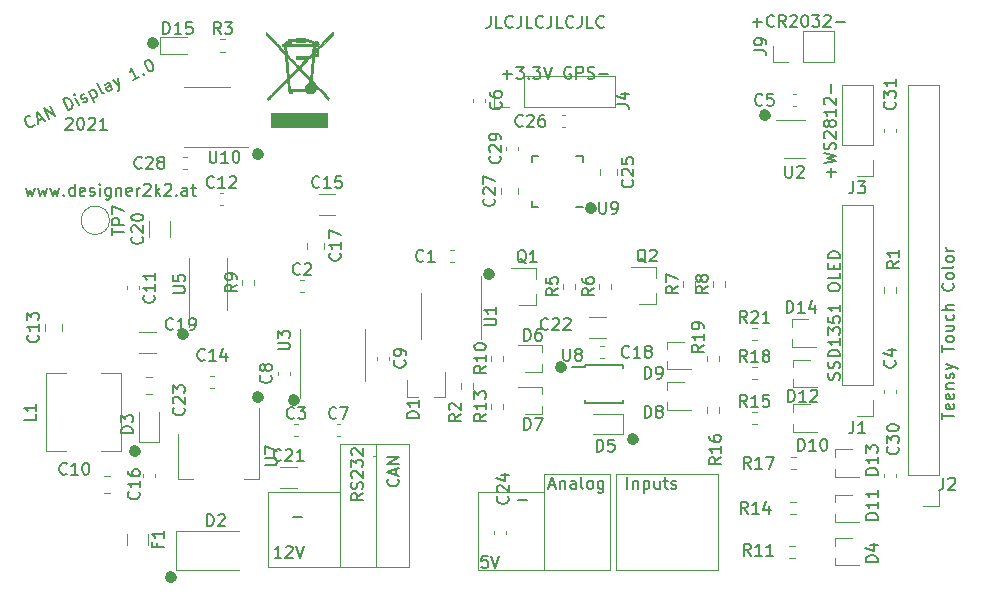
<source format=gbr>
%TF.GenerationSoftware,KiCad,Pcbnew,(5.1.9)-1*%
%TF.CreationDate,2021-02-21T10:06:19+01:00*%
%TF.ProjectId,CanDisplayFoReal,43616e44-6973-4706-9c61-79466f526561,rev?*%
%TF.SameCoordinates,Original*%
%TF.FileFunction,Legend,Top*%
%TF.FilePolarity,Positive*%
%FSLAX46Y46*%
G04 Gerber Fmt 4.6, Leading zero omitted, Abs format (unit mm)*
G04 Created by KiCad (PCBNEW (5.1.9)-1) date 2021-02-21 10:06:19*
%MOMM*%
%LPD*%
G01*
G04 APERTURE LIST*
%ADD10C,0.150000*%
%ADD11C,0.750000*%
%ADD12C,0.120000*%
%ADD13C,0.010000*%
G04 APERTURE END LIST*
D10*
X159972952Y-51268380D02*
X159972952Y-51982666D01*
X159925333Y-52125523D01*
X159830095Y-52220761D01*
X159687238Y-52268380D01*
X159592000Y-52268380D01*
X160925333Y-52268380D02*
X160449142Y-52268380D01*
X160449142Y-51268380D01*
X161830095Y-52173142D02*
X161782476Y-52220761D01*
X161639619Y-52268380D01*
X161544380Y-52268380D01*
X161401523Y-52220761D01*
X161306285Y-52125523D01*
X161258666Y-52030285D01*
X161211047Y-51839809D01*
X161211047Y-51696952D01*
X161258666Y-51506476D01*
X161306285Y-51411238D01*
X161401523Y-51316000D01*
X161544380Y-51268380D01*
X161639619Y-51268380D01*
X161782476Y-51316000D01*
X161830095Y-51363619D01*
X162544380Y-51268380D02*
X162544380Y-51982666D01*
X162496761Y-52125523D01*
X162401523Y-52220761D01*
X162258666Y-52268380D01*
X162163428Y-52268380D01*
X163496761Y-52268380D02*
X163020571Y-52268380D01*
X163020571Y-51268380D01*
X164401523Y-52173142D02*
X164353904Y-52220761D01*
X164211047Y-52268380D01*
X164115809Y-52268380D01*
X163972952Y-52220761D01*
X163877714Y-52125523D01*
X163830095Y-52030285D01*
X163782476Y-51839809D01*
X163782476Y-51696952D01*
X163830095Y-51506476D01*
X163877714Y-51411238D01*
X163972952Y-51316000D01*
X164115809Y-51268380D01*
X164211047Y-51268380D01*
X164353904Y-51316000D01*
X164401523Y-51363619D01*
X165115809Y-51268380D02*
X165115809Y-51982666D01*
X165068190Y-52125523D01*
X164972952Y-52220761D01*
X164830095Y-52268380D01*
X164734857Y-52268380D01*
X166068190Y-52268380D02*
X165592000Y-52268380D01*
X165592000Y-51268380D01*
X166972952Y-52173142D02*
X166925333Y-52220761D01*
X166782476Y-52268380D01*
X166687238Y-52268380D01*
X166544380Y-52220761D01*
X166449142Y-52125523D01*
X166401523Y-52030285D01*
X166353904Y-51839809D01*
X166353904Y-51696952D01*
X166401523Y-51506476D01*
X166449142Y-51411238D01*
X166544380Y-51316000D01*
X166687238Y-51268380D01*
X166782476Y-51268380D01*
X166925333Y-51316000D01*
X166972952Y-51363619D01*
X167687238Y-51268380D02*
X167687238Y-51982666D01*
X167639619Y-52125523D01*
X167544380Y-52220761D01*
X167401523Y-52268380D01*
X167306285Y-52268380D01*
X168639619Y-52268380D02*
X168163428Y-52268380D01*
X168163428Y-51268380D01*
X169544380Y-52173142D02*
X169496761Y-52220761D01*
X169353904Y-52268380D01*
X169258666Y-52268380D01*
X169115809Y-52220761D01*
X169020571Y-52125523D01*
X168972952Y-52030285D01*
X168925333Y-51839809D01*
X168925333Y-51696952D01*
X168972952Y-51506476D01*
X169020571Y-51411238D01*
X169115809Y-51316000D01*
X169258666Y-51268380D01*
X169353904Y-51268380D01*
X169496761Y-51316000D01*
X169544380Y-51363619D01*
D11*
X140208000Y-62793428D02*
X140350857Y-62936285D01*
X140208000Y-63079142D01*
X140065142Y-62936285D01*
X140208000Y-62793428D01*
X140208000Y-63079142D01*
X168402000Y-67365428D02*
X168544857Y-67508285D01*
X168402000Y-67651142D01*
X168259142Y-67508285D01*
X168402000Y-67365428D01*
X168402000Y-67651142D01*
D12*
X141082000Y-91618000D02*
X147178000Y-91618000D01*
X141082000Y-97968000D02*
X141082000Y-91618000D01*
X147178000Y-97968000D02*
X141082000Y-97968000D01*
X158862000Y-98222000D02*
X164450000Y-98222000D01*
X158862000Y-91618000D02*
X158862000Y-98222000D01*
X164450000Y-91618000D02*
X158862000Y-91618000D01*
X150226000Y-97968000D02*
X147178000Y-97968000D01*
X150226000Y-87554000D02*
X150226000Y-88316000D01*
X147178000Y-87554000D02*
X150226000Y-87554000D01*
X147178000Y-88570000D02*
X147178000Y-87554000D01*
X149972000Y-88570000D02*
X150226000Y-88570000D01*
X153020000Y-87554000D02*
X150226000Y-87554000D01*
X153020000Y-97968000D02*
X153020000Y-87554000D01*
X150226000Y-97968000D02*
X153020000Y-97968000D01*
X150226000Y-97714000D02*
X150226000Y-97968000D01*
X164450000Y-90094000D02*
X164450000Y-92126000D01*
X170038000Y-90094000D02*
X164450000Y-90094000D01*
X170038000Y-92126000D02*
X170038000Y-90094000D01*
X170546000Y-90094000D02*
X170546000Y-92126000D01*
X179182000Y-90094000D02*
X170546000Y-90094000D01*
X179182000Y-98222000D02*
X179182000Y-90094000D01*
X170546000Y-98222000D02*
X179182000Y-98222000D01*
X170546000Y-92126000D02*
X170546000Y-98222000D01*
D10*
X171546380Y-91308380D02*
X171546380Y-90308380D01*
X172022571Y-90641714D02*
X172022571Y-91308380D01*
X172022571Y-90736952D02*
X172070190Y-90689333D01*
X172165428Y-90641714D01*
X172308285Y-90641714D01*
X172403523Y-90689333D01*
X172451142Y-90784571D01*
X172451142Y-91308380D01*
X172927333Y-90641714D02*
X172927333Y-91641714D01*
X172927333Y-90689333D02*
X173022571Y-90641714D01*
X173213047Y-90641714D01*
X173308285Y-90689333D01*
X173355904Y-90736952D01*
X173403523Y-90832190D01*
X173403523Y-91117904D01*
X173355904Y-91213142D01*
X173308285Y-91260761D01*
X173213047Y-91308380D01*
X173022571Y-91308380D01*
X172927333Y-91260761D01*
X174260666Y-90641714D02*
X174260666Y-91308380D01*
X173832095Y-90641714D02*
X173832095Y-91165523D01*
X173879714Y-91260761D01*
X173974952Y-91308380D01*
X174117809Y-91308380D01*
X174213047Y-91260761D01*
X174260666Y-91213142D01*
X174594000Y-90641714D02*
X174974952Y-90641714D01*
X174736857Y-90308380D02*
X174736857Y-91165523D01*
X174784476Y-91260761D01*
X174879714Y-91308380D01*
X174974952Y-91308380D01*
X175260666Y-91260761D02*
X175355904Y-91308380D01*
X175546380Y-91308380D01*
X175641619Y-91260761D01*
X175689238Y-91165523D01*
X175689238Y-91117904D01*
X175641619Y-91022666D01*
X175546380Y-90975047D01*
X175403523Y-90975047D01*
X175308285Y-90927428D01*
X175260666Y-90832190D01*
X175260666Y-90784571D01*
X175308285Y-90689333D01*
X175403523Y-90641714D01*
X175546380Y-90641714D01*
X175641619Y-90689333D01*
D12*
X147178000Y-97968000D02*
X147178000Y-88570000D01*
X150226000Y-88316000D02*
X150226000Y-97714000D01*
D10*
X164934476Y-91022666D02*
X165410666Y-91022666D01*
X164839238Y-91308380D02*
X165172571Y-90308380D01*
X165505904Y-91308380D01*
X165839238Y-90641714D02*
X165839238Y-91308380D01*
X165839238Y-90736952D02*
X165886857Y-90689333D01*
X165982095Y-90641714D01*
X166124952Y-90641714D01*
X166220190Y-90689333D01*
X166267809Y-90784571D01*
X166267809Y-91308380D01*
X167172571Y-91308380D02*
X167172571Y-90784571D01*
X167124952Y-90689333D01*
X167029714Y-90641714D01*
X166839238Y-90641714D01*
X166744000Y-90689333D01*
X167172571Y-91260761D02*
X167077333Y-91308380D01*
X166839238Y-91308380D01*
X166744000Y-91260761D01*
X166696380Y-91165523D01*
X166696380Y-91070285D01*
X166744000Y-90975047D01*
X166839238Y-90927428D01*
X167077333Y-90927428D01*
X167172571Y-90879809D01*
X167791619Y-91308380D02*
X167696380Y-91260761D01*
X167648761Y-91165523D01*
X167648761Y-90308380D01*
X168315428Y-91308380D02*
X168220190Y-91260761D01*
X168172571Y-91213142D01*
X168124952Y-91117904D01*
X168124952Y-90832190D01*
X168172571Y-90736952D01*
X168220190Y-90689333D01*
X168315428Y-90641714D01*
X168458285Y-90641714D01*
X168553523Y-90689333D01*
X168601142Y-90736952D01*
X168648761Y-90832190D01*
X168648761Y-91117904D01*
X168601142Y-91213142D01*
X168553523Y-91260761D01*
X168458285Y-91308380D01*
X168315428Y-91308380D01*
X169505904Y-90641714D02*
X169505904Y-91451238D01*
X169458285Y-91546476D01*
X169410666Y-91594095D01*
X169315428Y-91641714D01*
X169172571Y-91641714D01*
X169077333Y-91594095D01*
X169505904Y-91260761D02*
X169410666Y-91308380D01*
X169220190Y-91308380D01*
X169124952Y-91260761D01*
X169077333Y-91213142D01*
X169029714Y-91117904D01*
X169029714Y-90832190D01*
X169077333Y-90736952D01*
X169124952Y-90689333D01*
X169220190Y-90641714D01*
X169410666Y-90641714D01*
X169505904Y-90689333D01*
D12*
X164450000Y-92126000D02*
X164450000Y-98222000D01*
X170038000Y-98222000D02*
X170038000Y-92126000D01*
X164450000Y-98222000D02*
X170038000Y-98222000D01*
D10*
X162306047Y-92273428D02*
X163067952Y-92273428D01*
X159702523Y-96988380D02*
X159226333Y-96988380D01*
X159178714Y-97464571D01*
X159226333Y-97416952D01*
X159321571Y-97369333D01*
X159559666Y-97369333D01*
X159654904Y-97416952D01*
X159702523Y-97464571D01*
X159750142Y-97559809D01*
X159750142Y-97797904D01*
X159702523Y-97893142D01*
X159654904Y-97940761D01*
X159559666Y-97988380D01*
X159321571Y-97988380D01*
X159226333Y-97940761D01*
X159178714Y-97893142D01*
X160035857Y-96988380D02*
X160369190Y-97988380D01*
X160702523Y-96988380D01*
X143241047Y-93721428D02*
X144002952Y-93721428D01*
X152107142Y-90482857D02*
X152154761Y-90530476D01*
X152202380Y-90673333D01*
X152202380Y-90768571D01*
X152154761Y-90911428D01*
X152059523Y-91006666D01*
X151964285Y-91054285D01*
X151773809Y-91101904D01*
X151630952Y-91101904D01*
X151440476Y-91054285D01*
X151345238Y-91006666D01*
X151250000Y-90911428D01*
X151202380Y-90768571D01*
X151202380Y-90673333D01*
X151250000Y-90530476D01*
X151297619Y-90482857D01*
X151916666Y-90101904D02*
X151916666Y-89625714D01*
X152202380Y-90197142D02*
X151202380Y-89863809D01*
X152202380Y-89530476D01*
X152202380Y-89197142D02*
X151202380Y-89197142D01*
X152202380Y-88625714D01*
X151202380Y-88625714D01*
X149154380Y-91689238D02*
X148678190Y-92022571D01*
X149154380Y-92260666D02*
X148154380Y-92260666D01*
X148154380Y-91879714D01*
X148202000Y-91784476D01*
X148249619Y-91736857D01*
X148344857Y-91689238D01*
X148487714Y-91689238D01*
X148582952Y-91736857D01*
X148630571Y-91784476D01*
X148678190Y-91879714D01*
X148678190Y-92260666D01*
X149106761Y-91308285D02*
X149154380Y-91165428D01*
X149154380Y-90927333D01*
X149106761Y-90832095D01*
X149059142Y-90784476D01*
X148963904Y-90736857D01*
X148868666Y-90736857D01*
X148773428Y-90784476D01*
X148725809Y-90832095D01*
X148678190Y-90927333D01*
X148630571Y-91117809D01*
X148582952Y-91213047D01*
X148535333Y-91260666D01*
X148440095Y-91308285D01*
X148344857Y-91308285D01*
X148249619Y-91260666D01*
X148202000Y-91213047D01*
X148154380Y-91117809D01*
X148154380Y-90879714D01*
X148202000Y-90736857D01*
X148249619Y-90355904D02*
X148202000Y-90308285D01*
X148154380Y-90213047D01*
X148154380Y-89974952D01*
X148202000Y-89879714D01*
X148249619Y-89832095D01*
X148344857Y-89784476D01*
X148440095Y-89784476D01*
X148582952Y-89832095D01*
X149154380Y-90403523D01*
X149154380Y-89784476D01*
X148154380Y-89451142D02*
X148154380Y-88832095D01*
X148535333Y-89165428D01*
X148535333Y-89022571D01*
X148582952Y-88927333D01*
X148630571Y-88879714D01*
X148725809Y-88832095D01*
X148963904Y-88832095D01*
X149059142Y-88879714D01*
X149106761Y-88927333D01*
X149154380Y-89022571D01*
X149154380Y-89308285D01*
X149106761Y-89403523D01*
X149059142Y-89451142D01*
X148249619Y-88451142D02*
X148202000Y-88403523D01*
X148154380Y-88308285D01*
X148154380Y-88070190D01*
X148202000Y-87974952D01*
X148249619Y-87927333D01*
X148344857Y-87879714D01*
X148440095Y-87879714D01*
X148582952Y-87927333D01*
X149154380Y-88498761D01*
X149154380Y-87879714D01*
X142240952Y-97150380D02*
X141669523Y-97150380D01*
X141955238Y-97150380D02*
X141955238Y-96150380D01*
X141860000Y-96293238D01*
X141764761Y-96388476D01*
X141669523Y-96436095D01*
X142621904Y-96245619D02*
X142669523Y-96198000D01*
X142764761Y-96150380D01*
X143002857Y-96150380D01*
X143098095Y-96198000D01*
X143145714Y-96245619D01*
X143193333Y-96340857D01*
X143193333Y-96436095D01*
X143145714Y-96578952D01*
X142574285Y-97150380D01*
X143193333Y-97150380D01*
X143479047Y-96150380D02*
X143812380Y-97150380D01*
X144145714Y-96150380D01*
X189492761Y-82060571D02*
X189540380Y-81917714D01*
X189540380Y-81679619D01*
X189492761Y-81584380D01*
X189445142Y-81536761D01*
X189349904Y-81489142D01*
X189254666Y-81489142D01*
X189159428Y-81536761D01*
X189111809Y-81584380D01*
X189064190Y-81679619D01*
X189016571Y-81870095D01*
X188968952Y-81965333D01*
X188921333Y-82012952D01*
X188826095Y-82060571D01*
X188730857Y-82060571D01*
X188635619Y-82012952D01*
X188588000Y-81965333D01*
X188540380Y-81870095D01*
X188540380Y-81632000D01*
X188588000Y-81489142D01*
X189492761Y-81108190D02*
X189540380Y-80965333D01*
X189540380Y-80727238D01*
X189492761Y-80632000D01*
X189445142Y-80584380D01*
X189349904Y-80536761D01*
X189254666Y-80536761D01*
X189159428Y-80584380D01*
X189111809Y-80632000D01*
X189064190Y-80727238D01*
X189016571Y-80917714D01*
X188968952Y-81012952D01*
X188921333Y-81060571D01*
X188826095Y-81108190D01*
X188730857Y-81108190D01*
X188635619Y-81060571D01*
X188588000Y-81012952D01*
X188540380Y-80917714D01*
X188540380Y-80679619D01*
X188588000Y-80536761D01*
X189540380Y-80108190D02*
X188540380Y-80108190D01*
X188540380Y-79870095D01*
X188588000Y-79727238D01*
X188683238Y-79632000D01*
X188778476Y-79584380D01*
X188968952Y-79536761D01*
X189111809Y-79536761D01*
X189302285Y-79584380D01*
X189397523Y-79632000D01*
X189492761Y-79727238D01*
X189540380Y-79870095D01*
X189540380Y-80108190D01*
X189540380Y-78584380D02*
X189540380Y-79155809D01*
X189540380Y-78870095D02*
X188540380Y-78870095D01*
X188683238Y-78965333D01*
X188778476Y-79060571D01*
X188826095Y-79155809D01*
X188540380Y-78251047D02*
X188540380Y-77632000D01*
X188921333Y-77965333D01*
X188921333Y-77822476D01*
X188968952Y-77727238D01*
X189016571Y-77679619D01*
X189111809Y-77632000D01*
X189349904Y-77632000D01*
X189445142Y-77679619D01*
X189492761Y-77727238D01*
X189540380Y-77822476D01*
X189540380Y-78108190D01*
X189492761Y-78203428D01*
X189445142Y-78251047D01*
X188540380Y-76727238D02*
X188540380Y-77203428D01*
X189016571Y-77251047D01*
X188968952Y-77203428D01*
X188921333Y-77108190D01*
X188921333Y-76870095D01*
X188968952Y-76774857D01*
X189016571Y-76727238D01*
X189111809Y-76679619D01*
X189349904Y-76679619D01*
X189445142Y-76727238D01*
X189492761Y-76774857D01*
X189540380Y-76870095D01*
X189540380Y-77108190D01*
X189492761Y-77203428D01*
X189445142Y-77251047D01*
X189540380Y-75727238D02*
X189540380Y-76298666D01*
X189540380Y-76012952D02*
X188540380Y-76012952D01*
X188683238Y-76108190D01*
X188778476Y-76203428D01*
X188826095Y-76298666D01*
X188540380Y-74346285D02*
X188540380Y-74155809D01*
X188588000Y-74060571D01*
X188683238Y-73965333D01*
X188873714Y-73917714D01*
X189207047Y-73917714D01*
X189397523Y-73965333D01*
X189492761Y-74060571D01*
X189540380Y-74155809D01*
X189540380Y-74346285D01*
X189492761Y-74441523D01*
X189397523Y-74536761D01*
X189207047Y-74584380D01*
X188873714Y-74584380D01*
X188683238Y-74536761D01*
X188588000Y-74441523D01*
X188540380Y-74346285D01*
X189540380Y-73012952D02*
X189540380Y-73489142D01*
X188540380Y-73489142D01*
X189016571Y-72679619D02*
X189016571Y-72346285D01*
X189540380Y-72203428D02*
X189540380Y-72679619D01*
X188540380Y-72679619D01*
X188540380Y-72203428D01*
X189540380Y-71774857D02*
X188540380Y-71774857D01*
X188540380Y-71536761D01*
X188588000Y-71393904D01*
X188683238Y-71298666D01*
X188778476Y-71251047D01*
X188968952Y-71203428D01*
X189111809Y-71203428D01*
X189302285Y-71251047D01*
X189397523Y-71298666D01*
X189492761Y-71393904D01*
X189540380Y-71536761D01*
X189540380Y-71774857D01*
X198192380Y-85441714D02*
X198192380Y-84870285D01*
X199192380Y-85156000D02*
X198192380Y-85156000D01*
X199144761Y-84156000D02*
X199192380Y-84251238D01*
X199192380Y-84441714D01*
X199144761Y-84536952D01*
X199049523Y-84584571D01*
X198668571Y-84584571D01*
X198573333Y-84536952D01*
X198525714Y-84441714D01*
X198525714Y-84251238D01*
X198573333Y-84156000D01*
X198668571Y-84108380D01*
X198763809Y-84108380D01*
X198859047Y-84584571D01*
X199144761Y-83298857D02*
X199192380Y-83394095D01*
X199192380Y-83584571D01*
X199144761Y-83679809D01*
X199049523Y-83727428D01*
X198668571Y-83727428D01*
X198573333Y-83679809D01*
X198525714Y-83584571D01*
X198525714Y-83394095D01*
X198573333Y-83298857D01*
X198668571Y-83251238D01*
X198763809Y-83251238D01*
X198859047Y-83727428D01*
X198525714Y-82822666D02*
X199192380Y-82822666D01*
X198620952Y-82822666D02*
X198573333Y-82775047D01*
X198525714Y-82679809D01*
X198525714Y-82536952D01*
X198573333Y-82441714D01*
X198668571Y-82394095D01*
X199192380Y-82394095D01*
X199144761Y-81965523D02*
X199192380Y-81870285D01*
X199192380Y-81679809D01*
X199144761Y-81584571D01*
X199049523Y-81536952D01*
X199001904Y-81536952D01*
X198906666Y-81584571D01*
X198859047Y-81679809D01*
X198859047Y-81822666D01*
X198811428Y-81917904D01*
X198716190Y-81965523D01*
X198668571Y-81965523D01*
X198573333Y-81917904D01*
X198525714Y-81822666D01*
X198525714Y-81679809D01*
X198573333Y-81584571D01*
X198525714Y-81203619D02*
X199192380Y-80965523D01*
X198525714Y-80727428D02*
X199192380Y-80965523D01*
X199430476Y-81060761D01*
X199478095Y-81108380D01*
X199525714Y-81203619D01*
X198192380Y-79727428D02*
X198192380Y-79156000D01*
X199192380Y-79441714D02*
X198192380Y-79441714D01*
X199192380Y-78679809D02*
X199144761Y-78775047D01*
X199097142Y-78822666D01*
X199001904Y-78870285D01*
X198716190Y-78870285D01*
X198620952Y-78822666D01*
X198573333Y-78775047D01*
X198525714Y-78679809D01*
X198525714Y-78536952D01*
X198573333Y-78441714D01*
X198620952Y-78394095D01*
X198716190Y-78346476D01*
X199001904Y-78346476D01*
X199097142Y-78394095D01*
X199144761Y-78441714D01*
X199192380Y-78536952D01*
X199192380Y-78679809D01*
X198525714Y-77489333D02*
X199192380Y-77489333D01*
X198525714Y-77917904D02*
X199049523Y-77917904D01*
X199144761Y-77870285D01*
X199192380Y-77775047D01*
X199192380Y-77632190D01*
X199144761Y-77536952D01*
X199097142Y-77489333D01*
X199144761Y-76584571D02*
X199192380Y-76679809D01*
X199192380Y-76870285D01*
X199144761Y-76965523D01*
X199097142Y-77013142D01*
X199001904Y-77060761D01*
X198716190Y-77060761D01*
X198620952Y-77013142D01*
X198573333Y-76965523D01*
X198525714Y-76870285D01*
X198525714Y-76679809D01*
X198573333Y-76584571D01*
X199192380Y-76156000D02*
X198192380Y-76156000D01*
X199192380Y-75727428D02*
X198668571Y-75727428D01*
X198573333Y-75775047D01*
X198525714Y-75870285D01*
X198525714Y-76013142D01*
X198573333Y-76108380D01*
X198620952Y-76156000D01*
X199097142Y-73917904D02*
X199144761Y-73965523D01*
X199192380Y-74108380D01*
X199192380Y-74203619D01*
X199144761Y-74346476D01*
X199049523Y-74441714D01*
X198954285Y-74489333D01*
X198763809Y-74536952D01*
X198620952Y-74536952D01*
X198430476Y-74489333D01*
X198335238Y-74441714D01*
X198240000Y-74346476D01*
X198192380Y-74203619D01*
X198192380Y-74108380D01*
X198240000Y-73965523D01*
X198287619Y-73917904D01*
X199192380Y-73346476D02*
X199144761Y-73441714D01*
X199097142Y-73489333D01*
X199001904Y-73536952D01*
X198716190Y-73536952D01*
X198620952Y-73489333D01*
X198573333Y-73441714D01*
X198525714Y-73346476D01*
X198525714Y-73203619D01*
X198573333Y-73108380D01*
X198620952Y-73060761D01*
X198716190Y-73013142D01*
X199001904Y-73013142D01*
X199097142Y-73060761D01*
X199144761Y-73108380D01*
X199192380Y-73203619D01*
X199192380Y-73346476D01*
X199192380Y-72441714D02*
X199144761Y-72536952D01*
X199049523Y-72584571D01*
X198192380Y-72584571D01*
X199192380Y-71917904D02*
X199144761Y-72013142D01*
X199097142Y-72060761D01*
X199001904Y-72108380D01*
X198716190Y-72108380D01*
X198620952Y-72060761D01*
X198573333Y-72013142D01*
X198525714Y-71917904D01*
X198525714Y-71775047D01*
X198573333Y-71679809D01*
X198620952Y-71632190D01*
X198716190Y-71584571D01*
X199001904Y-71584571D01*
X199097142Y-71632190D01*
X199144761Y-71679809D01*
X199192380Y-71775047D01*
X199192380Y-71917904D01*
X199192380Y-71156000D02*
X198525714Y-71156000D01*
X198716190Y-71156000D02*
X198620952Y-71108380D01*
X198573333Y-71060761D01*
X198525714Y-70965523D01*
X198525714Y-70870285D01*
X182135238Y-51811428D02*
X182897142Y-51811428D01*
X182516190Y-52192380D02*
X182516190Y-51430476D01*
X183944761Y-52097142D02*
X183897142Y-52144761D01*
X183754285Y-52192380D01*
X183659047Y-52192380D01*
X183516190Y-52144761D01*
X183420952Y-52049523D01*
X183373333Y-51954285D01*
X183325714Y-51763809D01*
X183325714Y-51620952D01*
X183373333Y-51430476D01*
X183420952Y-51335238D01*
X183516190Y-51240000D01*
X183659047Y-51192380D01*
X183754285Y-51192380D01*
X183897142Y-51240000D01*
X183944761Y-51287619D01*
X184944761Y-52192380D02*
X184611428Y-51716190D01*
X184373333Y-52192380D02*
X184373333Y-51192380D01*
X184754285Y-51192380D01*
X184849523Y-51240000D01*
X184897142Y-51287619D01*
X184944761Y-51382857D01*
X184944761Y-51525714D01*
X184897142Y-51620952D01*
X184849523Y-51668571D01*
X184754285Y-51716190D01*
X184373333Y-51716190D01*
X185325714Y-51287619D02*
X185373333Y-51240000D01*
X185468571Y-51192380D01*
X185706666Y-51192380D01*
X185801904Y-51240000D01*
X185849523Y-51287619D01*
X185897142Y-51382857D01*
X185897142Y-51478095D01*
X185849523Y-51620952D01*
X185278095Y-52192380D01*
X185897142Y-52192380D01*
X186516190Y-51192380D02*
X186611428Y-51192380D01*
X186706666Y-51240000D01*
X186754285Y-51287619D01*
X186801904Y-51382857D01*
X186849523Y-51573333D01*
X186849523Y-51811428D01*
X186801904Y-52001904D01*
X186754285Y-52097142D01*
X186706666Y-52144761D01*
X186611428Y-52192380D01*
X186516190Y-52192380D01*
X186420952Y-52144761D01*
X186373333Y-52097142D01*
X186325714Y-52001904D01*
X186278095Y-51811428D01*
X186278095Y-51573333D01*
X186325714Y-51382857D01*
X186373333Y-51287619D01*
X186420952Y-51240000D01*
X186516190Y-51192380D01*
X187182857Y-51192380D02*
X187801904Y-51192380D01*
X187468571Y-51573333D01*
X187611428Y-51573333D01*
X187706666Y-51620952D01*
X187754285Y-51668571D01*
X187801904Y-51763809D01*
X187801904Y-52001904D01*
X187754285Y-52097142D01*
X187706666Y-52144761D01*
X187611428Y-52192380D01*
X187325714Y-52192380D01*
X187230476Y-52144761D01*
X187182857Y-52097142D01*
X188182857Y-51287619D02*
X188230476Y-51240000D01*
X188325714Y-51192380D01*
X188563809Y-51192380D01*
X188659047Y-51240000D01*
X188706666Y-51287619D01*
X188754285Y-51382857D01*
X188754285Y-51478095D01*
X188706666Y-51620952D01*
X188135238Y-52192380D01*
X188754285Y-52192380D01*
X189182857Y-51811428D02*
X189944761Y-51811428D01*
X188793428Y-64912380D02*
X188793428Y-64150476D01*
X189174380Y-64531428D02*
X188412476Y-64531428D01*
X188174380Y-63769523D02*
X189174380Y-63531428D01*
X188460095Y-63340952D01*
X189174380Y-63150476D01*
X188174380Y-62912380D01*
X189126761Y-62579047D02*
X189174380Y-62436190D01*
X189174380Y-62198095D01*
X189126761Y-62102857D01*
X189079142Y-62055238D01*
X188983904Y-62007619D01*
X188888666Y-62007619D01*
X188793428Y-62055238D01*
X188745809Y-62102857D01*
X188698190Y-62198095D01*
X188650571Y-62388571D01*
X188602952Y-62483809D01*
X188555333Y-62531428D01*
X188460095Y-62579047D01*
X188364857Y-62579047D01*
X188269619Y-62531428D01*
X188222000Y-62483809D01*
X188174380Y-62388571D01*
X188174380Y-62150476D01*
X188222000Y-62007619D01*
X188269619Y-61626666D02*
X188222000Y-61579047D01*
X188174380Y-61483809D01*
X188174380Y-61245714D01*
X188222000Y-61150476D01*
X188269619Y-61102857D01*
X188364857Y-61055238D01*
X188460095Y-61055238D01*
X188602952Y-61102857D01*
X189174380Y-61674285D01*
X189174380Y-61055238D01*
X188602952Y-60483809D02*
X188555333Y-60579047D01*
X188507714Y-60626666D01*
X188412476Y-60674285D01*
X188364857Y-60674285D01*
X188269619Y-60626666D01*
X188222000Y-60579047D01*
X188174380Y-60483809D01*
X188174380Y-60293333D01*
X188222000Y-60198095D01*
X188269619Y-60150476D01*
X188364857Y-60102857D01*
X188412476Y-60102857D01*
X188507714Y-60150476D01*
X188555333Y-60198095D01*
X188602952Y-60293333D01*
X188602952Y-60483809D01*
X188650571Y-60579047D01*
X188698190Y-60626666D01*
X188793428Y-60674285D01*
X188983904Y-60674285D01*
X189079142Y-60626666D01*
X189126761Y-60579047D01*
X189174380Y-60483809D01*
X189174380Y-60293333D01*
X189126761Y-60198095D01*
X189079142Y-60150476D01*
X188983904Y-60102857D01*
X188793428Y-60102857D01*
X188698190Y-60150476D01*
X188650571Y-60198095D01*
X188602952Y-60293333D01*
X189174380Y-59150476D02*
X189174380Y-59721904D01*
X189174380Y-59436190D02*
X188174380Y-59436190D01*
X188317238Y-59531428D01*
X188412476Y-59626666D01*
X188460095Y-59721904D01*
X188269619Y-58769523D02*
X188222000Y-58721904D01*
X188174380Y-58626666D01*
X188174380Y-58388571D01*
X188222000Y-58293333D01*
X188269619Y-58245714D01*
X188364857Y-58198095D01*
X188460095Y-58198095D01*
X188602952Y-58245714D01*
X189174380Y-58817142D01*
X189174380Y-58198095D01*
X188793428Y-57769523D02*
X188793428Y-57007619D01*
X160989809Y-56205428D02*
X161751714Y-56205428D01*
X161370761Y-56586380D02*
X161370761Y-55824476D01*
X162132666Y-55586380D02*
X162751714Y-55586380D01*
X162418380Y-55967333D01*
X162561238Y-55967333D01*
X162656476Y-56014952D01*
X162704095Y-56062571D01*
X162751714Y-56157809D01*
X162751714Y-56395904D01*
X162704095Y-56491142D01*
X162656476Y-56538761D01*
X162561238Y-56586380D01*
X162275523Y-56586380D01*
X162180285Y-56538761D01*
X162132666Y-56491142D01*
X163180285Y-56491142D02*
X163227904Y-56538761D01*
X163180285Y-56586380D01*
X163132666Y-56538761D01*
X163180285Y-56491142D01*
X163180285Y-56586380D01*
X163561238Y-55586380D02*
X164180285Y-55586380D01*
X163846952Y-55967333D01*
X163989809Y-55967333D01*
X164085047Y-56014952D01*
X164132666Y-56062571D01*
X164180285Y-56157809D01*
X164180285Y-56395904D01*
X164132666Y-56491142D01*
X164085047Y-56538761D01*
X163989809Y-56586380D01*
X163704095Y-56586380D01*
X163608857Y-56538761D01*
X163561238Y-56491142D01*
X164466000Y-55586380D02*
X164799333Y-56586380D01*
X165132666Y-55586380D01*
X166751714Y-55634000D02*
X166656476Y-55586380D01*
X166513619Y-55586380D01*
X166370761Y-55634000D01*
X166275523Y-55729238D01*
X166227904Y-55824476D01*
X166180285Y-56014952D01*
X166180285Y-56157809D01*
X166227904Y-56348285D01*
X166275523Y-56443523D01*
X166370761Y-56538761D01*
X166513619Y-56586380D01*
X166608857Y-56586380D01*
X166751714Y-56538761D01*
X166799333Y-56491142D01*
X166799333Y-56157809D01*
X166608857Y-56157809D01*
X167227904Y-56586380D02*
X167227904Y-55586380D01*
X167608857Y-55586380D01*
X167704095Y-55634000D01*
X167751714Y-55681619D01*
X167799333Y-55776857D01*
X167799333Y-55919714D01*
X167751714Y-56014952D01*
X167704095Y-56062571D01*
X167608857Y-56110190D01*
X167227904Y-56110190D01*
X168180285Y-56538761D02*
X168323142Y-56586380D01*
X168561238Y-56586380D01*
X168656476Y-56538761D01*
X168704095Y-56491142D01*
X168751714Y-56395904D01*
X168751714Y-56300666D01*
X168704095Y-56205428D01*
X168656476Y-56157809D01*
X168561238Y-56110190D01*
X168370761Y-56062571D01*
X168275523Y-56014952D01*
X168227904Y-55967333D01*
X168180285Y-55872095D01*
X168180285Y-55776857D01*
X168227904Y-55681619D01*
X168275523Y-55634000D01*
X168370761Y-55586380D01*
X168608857Y-55586380D01*
X168751714Y-55634000D01*
X169180285Y-56205428D02*
X169942190Y-56205428D01*
X124015714Y-59999619D02*
X124063333Y-59952000D01*
X124158571Y-59904380D01*
X124396666Y-59904380D01*
X124491904Y-59952000D01*
X124539523Y-59999619D01*
X124587142Y-60094857D01*
X124587142Y-60190095D01*
X124539523Y-60332952D01*
X123968095Y-60904380D01*
X124587142Y-60904380D01*
X125206190Y-59904380D02*
X125301428Y-59904380D01*
X125396666Y-59952000D01*
X125444285Y-59999619D01*
X125491904Y-60094857D01*
X125539523Y-60285333D01*
X125539523Y-60523428D01*
X125491904Y-60713904D01*
X125444285Y-60809142D01*
X125396666Y-60856761D01*
X125301428Y-60904380D01*
X125206190Y-60904380D01*
X125110952Y-60856761D01*
X125063333Y-60809142D01*
X125015714Y-60713904D01*
X124968095Y-60523428D01*
X124968095Y-60285333D01*
X125015714Y-60094857D01*
X125063333Y-59999619D01*
X125110952Y-59952000D01*
X125206190Y-59904380D01*
X125920476Y-59999619D02*
X125968095Y-59952000D01*
X126063333Y-59904380D01*
X126301428Y-59904380D01*
X126396666Y-59952000D01*
X126444285Y-59999619D01*
X126491904Y-60094857D01*
X126491904Y-60190095D01*
X126444285Y-60332952D01*
X125872857Y-60904380D01*
X126491904Y-60904380D01*
X127444285Y-60904380D02*
X126872857Y-60904380D01*
X127158571Y-60904380D02*
X127158571Y-59904380D01*
X127063333Y-60047238D01*
X126968095Y-60142476D01*
X126872857Y-60190095D01*
X120595333Y-65825714D02*
X120785809Y-66492380D01*
X120976285Y-66016190D01*
X121166761Y-66492380D01*
X121357238Y-65825714D01*
X121642952Y-65825714D02*
X121833428Y-66492380D01*
X122023904Y-66016190D01*
X122214380Y-66492380D01*
X122404857Y-65825714D01*
X122690571Y-65825714D02*
X122881047Y-66492380D01*
X123071523Y-66016190D01*
X123262000Y-66492380D01*
X123452476Y-65825714D01*
X123833428Y-66397142D02*
X123881047Y-66444761D01*
X123833428Y-66492380D01*
X123785809Y-66444761D01*
X123833428Y-66397142D01*
X123833428Y-66492380D01*
X124738190Y-66492380D02*
X124738190Y-65492380D01*
X124738190Y-66444761D02*
X124642952Y-66492380D01*
X124452476Y-66492380D01*
X124357238Y-66444761D01*
X124309619Y-66397142D01*
X124262000Y-66301904D01*
X124262000Y-66016190D01*
X124309619Y-65920952D01*
X124357238Y-65873333D01*
X124452476Y-65825714D01*
X124642952Y-65825714D01*
X124738190Y-65873333D01*
X125595333Y-66444761D02*
X125500095Y-66492380D01*
X125309619Y-66492380D01*
X125214380Y-66444761D01*
X125166761Y-66349523D01*
X125166761Y-65968571D01*
X125214380Y-65873333D01*
X125309619Y-65825714D01*
X125500095Y-65825714D01*
X125595333Y-65873333D01*
X125642952Y-65968571D01*
X125642952Y-66063809D01*
X125166761Y-66159047D01*
X126023904Y-66444761D02*
X126119142Y-66492380D01*
X126309619Y-66492380D01*
X126404857Y-66444761D01*
X126452476Y-66349523D01*
X126452476Y-66301904D01*
X126404857Y-66206666D01*
X126309619Y-66159047D01*
X126166761Y-66159047D01*
X126071523Y-66111428D01*
X126023904Y-66016190D01*
X126023904Y-65968571D01*
X126071523Y-65873333D01*
X126166761Y-65825714D01*
X126309619Y-65825714D01*
X126404857Y-65873333D01*
X126881047Y-66492380D02*
X126881047Y-65825714D01*
X126881047Y-65492380D02*
X126833428Y-65540000D01*
X126881047Y-65587619D01*
X126928666Y-65540000D01*
X126881047Y-65492380D01*
X126881047Y-65587619D01*
X127785809Y-65825714D02*
X127785809Y-66635238D01*
X127738190Y-66730476D01*
X127690571Y-66778095D01*
X127595333Y-66825714D01*
X127452476Y-66825714D01*
X127357238Y-66778095D01*
X127785809Y-66444761D02*
X127690571Y-66492380D01*
X127500095Y-66492380D01*
X127404857Y-66444761D01*
X127357238Y-66397142D01*
X127309619Y-66301904D01*
X127309619Y-66016190D01*
X127357238Y-65920952D01*
X127404857Y-65873333D01*
X127500095Y-65825714D01*
X127690571Y-65825714D01*
X127785809Y-65873333D01*
X128262000Y-65825714D02*
X128262000Y-66492380D01*
X128262000Y-65920952D02*
X128309619Y-65873333D01*
X128404857Y-65825714D01*
X128547714Y-65825714D01*
X128642952Y-65873333D01*
X128690571Y-65968571D01*
X128690571Y-66492380D01*
X129547714Y-66444761D02*
X129452476Y-66492380D01*
X129262000Y-66492380D01*
X129166761Y-66444761D01*
X129119142Y-66349523D01*
X129119142Y-65968571D01*
X129166761Y-65873333D01*
X129262000Y-65825714D01*
X129452476Y-65825714D01*
X129547714Y-65873333D01*
X129595333Y-65968571D01*
X129595333Y-66063809D01*
X129119142Y-66159047D01*
X130023904Y-66492380D02*
X130023904Y-65825714D01*
X130023904Y-66016190D02*
X130071523Y-65920952D01*
X130119142Y-65873333D01*
X130214380Y-65825714D01*
X130309619Y-65825714D01*
X130595333Y-65587619D02*
X130642952Y-65540000D01*
X130738190Y-65492380D01*
X130976285Y-65492380D01*
X131071523Y-65540000D01*
X131119142Y-65587619D01*
X131166761Y-65682857D01*
X131166761Y-65778095D01*
X131119142Y-65920952D01*
X130547714Y-66492380D01*
X131166761Y-66492380D01*
X131595333Y-66492380D02*
X131595333Y-65492380D01*
X131690571Y-66111428D02*
X131976285Y-66492380D01*
X131976285Y-65825714D02*
X131595333Y-66206666D01*
X132357238Y-65587619D02*
X132404857Y-65540000D01*
X132500095Y-65492380D01*
X132738190Y-65492380D01*
X132833428Y-65540000D01*
X132881047Y-65587619D01*
X132928666Y-65682857D01*
X132928666Y-65778095D01*
X132881047Y-65920952D01*
X132309619Y-66492380D01*
X132928666Y-66492380D01*
X133357238Y-66397142D02*
X133404857Y-66444761D01*
X133357238Y-66492380D01*
X133309619Y-66444761D01*
X133357238Y-66397142D01*
X133357238Y-66492380D01*
X134262000Y-66492380D02*
X134262000Y-65968571D01*
X134214380Y-65873333D01*
X134119142Y-65825714D01*
X133928666Y-65825714D01*
X133833428Y-65873333D01*
X134262000Y-66444761D02*
X134166761Y-66492380D01*
X133928666Y-66492380D01*
X133833428Y-66444761D01*
X133785809Y-66349523D01*
X133785809Y-66254285D01*
X133833428Y-66159047D01*
X133928666Y-66111428D01*
X134166761Y-66111428D01*
X134262000Y-66063809D01*
X134595333Y-65825714D02*
X134976285Y-65825714D01*
X134738190Y-65492380D02*
X134738190Y-66349523D01*
X134785809Y-66444761D01*
X134881047Y-66492380D01*
X134976285Y-66492380D01*
X121344451Y-60469520D02*
X121321418Y-60532802D01*
X121212070Y-60636334D01*
X121125755Y-60676583D01*
X120976158Y-60693800D01*
X120849593Y-60647734D01*
X120766186Y-60581544D01*
X120642530Y-60429038D01*
X120582156Y-60299566D01*
X120544815Y-60106811D01*
X120547723Y-60000371D01*
X120593789Y-59873807D01*
X120703137Y-59770276D01*
X120789452Y-59730026D01*
X120939049Y-59712810D01*
X121002331Y-59735843D01*
X121609212Y-60135893D02*
X122040787Y-59934646D01*
X121643645Y-60435087D02*
X121523129Y-59387907D01*
X122247850Y-60153342D01*
X122549953Y-60012469D02*
X122127335Y-59106161D01*
X123067843Y-59770973D01*
X122645225Y-58864665D01*
X124189938Y-59247731D02*
X123767320Y-58341423D01*
X123983108Y-58240800D01*
X124132705Y-58223583D01*
X124259269Y-58269649D01*
X124342676Y-58335839D01*
X124466332Y-58488345D01*
X124526706Y-58617817D01*
X124564048Y-58810572D01*
X124561139Y-58917012D01*
X124515074Y-59043576D01*
X124405726Y-59147108D01*
X124189938Y-59247731D01*
X125096246Y-58825113D02*
X124814501Y-58220908D01*
X124673628Y-57918805D02*
X124650595Y-57982087D01*
X124713877Y-58005120D01*
X124736910Y-57941838D01*
X124673628Y-57918805D01*
X124713877Y-58005120D01*
X125464539Y-58600833D02*
X125570979Y-58603741D01*
X125743609Y-58523243D01*
X125809799Y-58439836D01*
X125812707Y-58333396D01*
X125792583Y-58290239D01*
X125709176Y-58224048D01*
X125602736Y-58221140D01*
X125473264Y-58281514D01*
X125366824Y-58278606D01*
X125283417Y-58212416D01*
X125263292Y-58169258D01*
X125266200Y-58062818D01*
X125332391Y-57979412D01*
X125461863Y-57919037D01*
X125568303Y-57921946D01*
X125979753Y-57677541D02*
X126402372Y-58583849D01*
X125999878Y-57720699D02*
X126066068Y-57637292D01*
X126238699Y-57556793D01*
X126345138Y-57559701D01*
X126408420Y-57582734D01*
X126491827Y-57648925D01*
X126612575Y-57907870D01*
X126609667Y-58014309D01*
X126586634Y-58077592D01*
X126520444Y-58160998D01*
X126347814Y-58241497D01*
X126241374Y-58238589D01*
X127210964Y-57839004D02*
X127104525Y-57836095D01*
X127021118Y-57769905D01*
X126658873Y-56993070D01*
X127944642Y-57496884D02*
X127723271Y-57022151D01*
X127639864Y-56955961D01*
X127533424Y-56953053D01*
X127360794Y-57033552D01*
X127294604Y-57116958D01*
X127924517Y-57453727D02*
X127858327Y-57537133D01*
X127642539Y-57637757D01*
X127536100Y-57634849D01*
X127452693Y-57568658D01*
X127412443Y-57482343D01*
X127415352Y-57375904D01*
X127481542Y-57292497D01*
X127697330Y-57191873D01*
X127763520Y-57108466D01*
X128008157Y-56731681D02*
X128505690Y-57235263D01*
X128439732Y-56530435D02*
X128505690Y-57235263D01*
X128519998Y-57491300D01*
X128496965Y-57554582D01*
X128430775Y-57637989D01*
X130231990Y-56430276D02*
X129714100Y-56671772D01*
X129973045Y-56551024D02*
X129550427Y-55644716D01*
X129524486Y-55814438D01*
X129478420Y-55941003D01*
X129412230Y-56024409D01*
X130580159Y-56162839D02*
X130643441Y-56185872D01*
X130620408Y-56249154D01*
X130557126Y-56226121D01*
X130580159Y-56162839D01*
X130620408Y-56249154D01*
X130801995Y-55061101D02*
X130888310Y-55020851D01*
X130994750Y-55023759D01*
X131058032Y-55046792D01*
X131141439Y-55112983D01*
X131265095Y-55265488D01*
X131365718Y-55481276D01*
X131403059Y-55674030D01*
X131400151Y-55780470D01*
X131377118Y-55843752D01*
X131310928Y-55927159D01*
X131224613Y-55967408D01*
X131118173Y-55964500D01*
X131054891Y-55941467D01*
X130971484Y-55875277D01*
X130847828Y-55722772D01*
X130747205Y-55506984D01*
X130709863Y-55314229D01*
X130712772Y-55207790D01*
X130735804Y-55144508D01*
X130801995Y-55061101D01*
D11*
X131318000Y-53395428D02*
X131460857Y-53538285D01*
X131318000Y-53681142D01*
X131175142Y-53538285D01*
X131318000Y-53395428D01*
X131318000Y-53681142D01*
X183134000Y-59491428D02*
X183276857Y-59634285D01*
X183134000Y-59777142D01*
X182991142Y-59634285D01*
X183134000Y-59491428D01*
X183134000Y-59777142D01*
X133858000Y-78033428D02*
X134000857Y-78176285D01*
X133858000Y-78319142D01*
X133715142Y-78176285D01*
X133858000Y-78033428D01*
X133858000Y-78319142D01*
X165862000Y-80827428D02*
X166004857Y-80970285D01*
X165862000Y-81113142D01*
X165719142Y-80970285D01*
X165862000Y-80827428D01*
X165862000Y-81113142D01*
X159766000Y-72953428D02*
X159908857Y-73096285D01*
X159766000Y-73239142D01*
X159623142Y-73096285D01*
X159766000Y-72953428D01*
X159766000Y-73239142D01*
X143256000Y-83621428D02*
X143398857Y-83764285D01*
X143256000Y-83907142D01*
X143113142Y-83764285D01*
X143256000Y-83621428D01*
X143256000Y-83907142D01*
X140208000Y-83367428D02*
X140350857Y-83510285D01*
X140208000Y-83653142D01*
X140065142Y-83510285D01*
X140208000Y-83367428D01*
X140208000Y-83653142D01*
X129794000Y-87939428D02*
X129936857Y-88082285D01*
X129794000Y-88225142D01*
X129651142Y-88082285D01*
X129794000Y-87939428D01*
X129794000Y-88225142D01*
X171958000Y-86923428D02*
X172100857Y-87066285D01*
X171958000Y-87209142D01*
X171815142Y-87066285D01*
X171958000Y-86923428D01*
X171958000Y-87209142D01*
X132842000Y-98607428D02*
X132984857Y-98750285D01*
X132842000Y-98893142D01*
X132699142Y-98750285D01*
X132842000Y-98607428D01*
X132842000Y-98893142D01*
D12*
%TO.C,C31*%
X193292000Y-61100580D02*
X193292000Y-60819420D01*
X194312000Y-61100580D02*
X194312000Y-60819420D01*
%TO.C,C30*%
X193292000Y-90310580D02*
X193292000Y-90029420D01*
X194312000Y-90310580D02*
X194312000Y-90029420D01*
%TO.C,C24*%
X161292000Y-95136580D02*
X161292000Y-94855420D01*
X160272000Y-95136580D02*
X160272000Y-94855420D01*
%TO.C,C6*%
X159514000Y-58266420D02*
X159514000Y-58547580D01*
X158494000Y-58266420D02*
X158494000Y-58547580D01*
%TO.C,C4*%
X193292000Y-83211580D02*
X193292000Y-82930420D01*
X194312000Y-83211580D02*
X194312000Y-82930420D01*
%TO.C,U10*%
X135955000Y-62377000D02*
X139405000Y-62377000D01*
X135955000Y-62377000D02*
X134005000Y-62377000D01*
X135955000Y-57257000D02*
X137905000Y-57257000D01*
X135955000Y-57257000D02*
X134005000Y-57257000D01*
%TO.C,C29*%
X162308000Y-62637580D02*
X162308000Y-62356420D01*
X161288000Y-62637580D02*
X161288000Y-62356420D01*
%TO.C,C28*%
X133958420Y-64264000D02*
X134239580Y-64264000D01*
X133958420Y-63244000D02*
X134239580Y-63244000D01*
%TO.C,C27*%
X162279000Y-66367252D02*
X162279000Y-65844748D01*
X160809000Y-66367252D02*
X160809000Y-65844748D01*
%TO.C,C26*%
X165988420Y-60708000D02*
X166269580Y-60708000D01*
X165988420Y-59688000D02*
X166269580Y-59688000D01*
%TO.C,C25*%
X169191000Y-64254748D02*
X169191000Y-64777252D01*
X170661000Y-64254748D02*
X170661000Y-64777252D01*
D10*
%TO.C,U9*%
X163458000Y-67428000D02*
X163458000Y-66903000D01*
X167758000Y-63128000D02*
X167758000Y-63653000D01*
X163458000Y-63128000D02*
X163458000Y-63653000D01*
X167758000Y-67428000D02*
X167233000Y-67428000D01*
X167758000Y-63128000D02*
X167233000Y-63128000D01*
X163458000Y-63128000D02*
X163983000Y-63128000D01*
X163458000Y-67428000D02*
X163983000Y-67428000D01*
D12*
%TO.C,C23*%
X130802748Y-81815000D02*
X131325252Y-81815000D01*
X130802748Y-83285000D02*
X131325252Y-83285000D01*
%TO.C,C17*%
X145881000Y-70462748D02*
X145881000Y-70985252D01*
X144411000Y-70462748D02*
X144411000Y-70985252D01*
%TO.C,C22*%
X169733252Y-78558000D02*
X168310748Y-78558000D01*
X169733252Y-76738000D02*
X168310748Y-76738000D01*
%TO.C,C21*%
X142148748Y-89438000D02*
X143571252Y-89438000D01*
X142148748Y-91258000D02*
X143571252Y-91258000D01*
%TO.C,C20*%
X131028000Y-70026252D02*
X131028000Y-68603748D01*
X132848000Y-70026252D02*
X132848000Y-68603748D01*
%TO.C,C19*%
X130210748Y-78008000D02*
X131633252Y-78008000D01*
X130210748Y-79828000D02*
X131633252Y-79828000D01*
%TO.C,C15*%
X145401748Y-66324000D02*
X146824252Y-66324000D01*
X145401748Y-68144000D02*
X146824252Y-68144000D01*
D13*
%TO.C,REF\u002A\u002A*%
G36*
X146086763Y-60652526D02*
G01*
X141407816Y-60652526D01*
X141407816Y-59499500D01*
X146086763Y-59499500D01*
X146086763Y-60652526D01*
G37*
X146086763Y-60652526D02*
X141407816Y-60652526D01*
X141407816Y-59499500D01*
X146086763Y-59499500D01*
X146086763Y-60652526D01*
G36*
X146587256Y-52741337D02*
G01*
X146586433Y-52857066D01*
X145986115Y-53467000D01*
X145385796Y-54076934D01*
X145385359Y-54356835D01*
X145384921Y-54636737D01*
X145019337Y-54636737D01*
X145009917Y-54707756D01*
X145006350Y-54740127D01*
X145000338Y-54801087D01*
X144992201Y-54886998D01*
X144982262Y-54994226D01*
X144970843Y-55119133D01*
X144958264Y-55258083D01*
X144944847Y-55407441D01*
X144930915Y-55563568D01*
X144916788Y-55722830D01*
X144902788Y-55881590D01*
X144889237Y-56036211D01*
X144876456Y-56183057D01*
X144864767Y-56318493D01*
X144854492Y-56438880D01*
X144845952Y-56540584D01*
X144839469Y-56619967D01*
X144835364Y-56673394D01*
X144833959Y-56697229D01*
X144833960Y-56697342D01*
X144844204Y-56716466D01*
X144874974Y-56755955D01*
X144926689Y-56816266D01*
X144999767Y-56897861D01*
X145094627Y-57001198D01*
X145211687Y-57126738D01*
X145351367Y-57274940D01*
X145514084Y-57446263D01*
X145559821Y-57494237D01*
X146285195Y-58254566D01*
X146226551Y-58313052D01*
X146167908Y-58371539D01*
X146073026Y-58268310D01*
X146038315Y-58231003D01*
X145984094Y-58173311D01*
X145913941Y-58099013D01*
X145831432Y-58011889D01*
X145740145Y-57915718D01*
X145643658Y-57814280D01*
X145585935Y-57753695D01*
X145477566Y-57640197D01*
X145389972Y-57549285D01*
X145320920Y-57479307D01*
X145268176Y-57428610D01*
X145229506Y-57395540D01*
X145202677Y-57378444D01*
X145185456Y-57375669D01*
X145175608Y-57385563D01*
X145170901Y-57406471D01*
X145169101Y-57436741D01*
X145168859Y-57445002D01*
X145156342Y-57501909D01*
X145125503Y-57570693D01*
X145082497Y-57640475D01*
X145033480Y-57700378D01*
X145013866Y-57718882D01*
X144913230Y-57783628D01*
X144795673Y-57819854D01*
X144691738Y-57828447D01*
X144573951Y-57812239D01*
X144465169Y-57764712D01*
X144368890Y-57687511D01*
X144351125Y-57668295D01*
X144286168Y-57594500D01*
X143162421Y-57594500D01*
X143162421Y-57828447D01*
X142861632Y-57828447D01*
X142861632Y-57719152D01*
X142857857Y-57644539D01*
X142845175Y-57592750D01*
X142829763Y-57564580D01*
X142818750Y-57544424D01*
X142809321Y-57515200D01*
X142800849Y-57472575D01*
X142792710Y-57412217D01*
X142784279Y-57329793D01*
X142774932Y-57220972D01*
X142768531Y-57140017D01*
X142739169Y-56760732D01*
X142018341Y-57490938D01*
X141888008Y-57623066D01*
X141762892Y-57750096D01*
X141645279Y-57869695D01*
X141537455Y-57979528D01*
X141441705Y-58077263D01*
X141360317Y-58160566D01*
X141295577Y-58227104D01*
X141249770Y-58274542D01*
X141225208Y-58300520D01*
X141184855Y-58341649D01*
X141151195Y-58370335D01*
X141133090Y-58379895D01*
X141109965Y-58368697D01*
X141076257Y-58340719D01*
X141064831Y-58329326D01*
X141016383Y-58278757D01*
X141283119Y-58007702D01*
X141351169Y-57938652D01*
X141438915Y-57849774D01*
X141542508Y-57744959D01*
X141658100Y-57628097D01*
X141781841Y-57503079D01*
X141909881Y-57373795D01*
X142038372Y-57244136D01*
X142130546Y-57151179D01*
X142270658Y-57009520D01*
X142388368Y-56889591D01*
X142485180Y-56789768D01*
X142562601Y-56708428D01*
X142622136Y-56643948D01*
X142651642Y-56610277D01*
X142888591Y-56610277D01*
X142918257Y-56989592D01*
X142927203Y-57100777D01*
X142935858Y-57202453D01*
X142943729Y-57289304D01*
X142950328Y-57356018D01*
X142955164Y-57397279D01*
X142956720Y-57406506D01*
X142965518Y-57444105D01*
X144227319Y-57444105D01*
X144235742Y-57339173D01*
X144261172Y-57215195D01*
X144314389Y-57105524D01*
X144392037Y-57014156D01*
X144490763Y-56945083D01*
X144601572Y-56903620D01*
X144637520Y-56884171D01*
X144655517Y-56842430D01*
X144655894Y-56840589D01*
X144658053Y-56822967D01*
X144655384Y-56804922D01*
X144645280Y-56783108D01*
X144625137Y-56754177D01*
X144592349Y-56714783D01*
X144544310Y-56661577D01*
X144478416Y-56591214D01*
X144392060Y-56500346D01*
X144386480Y-56494493D01*
X144293595Y-56396956D01*
X144194845Y-56293067D01*
X144097016Y-56189977D01*
X144006893Y-56094839D01*
X143931262Y-56014804D01*
X143914395Y-55996911D01*
X143849735Y-55929444D01*
X143792295Y-55871709D01*
X143746199Y-55827675D01*
X143715569Y-55801314D01*
X143705285Y-55795521D01*
X143689948Y-55807646D01*
X143654083Y-55840910D01*
X143600512Y-55892542D01*
X143532060Y-55959775D01*
X143451553Y-56039837D01*
X143361813Y-56129961D01*
X143288468Y-56204198D01*
X142888591Y-56610277D01*
X142651642Y-56610277D01*
X142665291Y-56594703D01*
X142693571Y-56559071D01*
X142708483Y-56535429D01*
X142711801Y-56524480D01*
X142710544Y-56500586D01*
X142706726Y-56446501D01*
X142700593Y-56365338D01*
X142692393Y-56260210D01*
X142682373Y-56134228D01*
X142670780Y-55990505D01*
X142657860Y-55832154D01*
X142643862Y-55662287D01*
X142632581Y-55526528D01*
X142568750Y-54761106D01*
X142732996Y-54761106D01*
X142733703Y-54777624D01*
X142737031Y-54824145D01*
X142742710Y-54897378D01*
X142750474Y-54994028D01*
X142760057Y-55110805D01*
X142771189Y-55244414D01*
X142783605Y-55391563D01*
X142795520Y-55531271D01*
X142809016Y-55689787D01*
X142821587Y-55839421D01*
X142832945Y-55976602D01*
X142842802Y-56097759D01*
X142850870Y-56199320D01*
X142856860Y-56277712D01*
X142860485Y-56329363D01*
X142861491Y-56349423D01*
X142863060Y-56361908D01*
X142869278Y-56366862D01*
X142882541Y-56362218D01*
X142905247Y-56345909D01*
X142939792Y-56315868D01*
X142988573Y-56270027D01*
X143053987Y-56206320D01*
X143138431Y-56122679D01*
X143228029Y-56033299D01*
X143594426Y-55667186D01*
X143591859Y-55664434D01*
X143834049Y-55664434D01*
X143845087Y-55679550D01*
X143875987Y-55715142D01*
X143923653Y-55767941D01*
X143984987Y-55834673D01*
X144056893Y-55912070D01*
X144136273Y-55996858D01*
X144220031Y-56085767D01*
X144305070Y-56175526D01*
X144388292Y-56262864D01*
X144466601Y-56344509D01*
X144536900Y-56417191D01*
X144596091Y-56477637D01*
X144641078Y-56522578D01*
X144668764Y-56548742D01*
X144676314Y-56554072D01*
X144678803Y-56536867D01*
X144683970Y-56489348D01*
X144691530Y-56414489D01*
X144701200Y-56315264D01*
X144712695Y-56194649D01*
X144725731Y-56055618D01*
X144740024Y-55901145D01*
X144755290Y-55734206D01*
X144767479Y-55599597D01*
X144783071Y-55425054D01*
X144797477Y-55260627D01*
X144810453Y-55109299D01*
X144821759Y-54974053D01*
X144831152Y-54857870D01*
X144838389Y-54763735D01*
X144843228Y-54694630D01*
X144845427Y-54653538D01*
X144845176Y-54642868D01*
X144832030Y-54652372D01*
X144798554Y-54682920D01*
X144747674Y-54731556D01*
X144682317Y-54795323D01*
X144605409Y-54871265D01*
X144519876Y-54956424D01*
X144428646Y-55047845D01*
X144334644Y-55142569D01*
X144240798Y-55237641D01*
X144150033Y-55330103D01*
X144065277Y-55416999D01*
X143989456Y-55495372D01*
X143925497Y-55562265D01*
X143876326Y-55614722D01*
X143844869Y-55649785D01*
X143834049Y-55664434D01*
X143591859Y-55664434D01*
X143457798Y-55520760D01*
X143388216Y-55446448D01*
X143310119Y-55363483D01*
X143226594Y-55275102D01*
X143140730Y-55184541D01*
X143055615Y-55095036D01*
X142974336Y-55009823D01*
X142899981Y-54932139D01*
X142835637Y-54865220D01*
X142784394Y-54812303D01*
X142749337Y-54776623D01*
X142733556Y-54761416D01*
X142732996Y-54761106D01*
X142568750Y-54761106D01*
X142552796Y-54569807D01*
X141754714Y-53730485D01*
X140956632Y-52891164D01*
X140957219Y-52773852D01*
X140957806Y-52656539D01*
X141086725Y-52794253D01*
X141158876Y-52871063D01*
X141244060Y-52961304D01*
X141339979Y-53062575D01*
X141444334Y-53172476D01*
X141554826Y-53288604D01*
X141669156Y-53408558D01*
X141785025Y-53529936D01*
X141900135Y-53650338D01*
X142012186Y-53767362D01*
X142118881Y-53878606D01*
X142217920Y-53981669D01*
X142307003Y-54074150D01*
X142383834Y-54153647D01*
X142446112Y-54217758D01*
X142491538Y-54264083D01*
X142517815Y-54290219D01*
X142523574Y-54295233D01*
X142523970Y-54277791D01*
X142521792Y-54233135D01*
X142517417Y-54167340D01*
X142511225Y-54086483D01*
X142508567Y-54054183D01*
X142488772Y-53817921D01*
X142643758Y-53817921D01*
X142651760Y-53855520D01*
X142655840Y-53885255D01*
X142661575Y-53941203D01*
X142668299Y-54016236D01*
X142675352Y-54103225D01*
X142677793Y-54135421D01*
X142684992Y-54227861D01*
X142692258Y-54313707D01*
X142698864Y-54384847D01*
X142704084Y-54433169D01*
X142705261Y-54441939D01*
X142709702Y-54459942D01*
X142719313Y-54481017D01*
X142736140Y-54507525D01*
X142762225Y-54541828D01*
X142799613Y-54586289D01*
X142850346Y-54643271D01*
X142916470Y-54715136D01*
X143000026Y-54804246D01*
X143103060Y-54912964D01*
X143208167Y-55023275D01*
X143312738Y-55132441D01*
X143410351Y-55233540D01*
X143498578Y-55324115D01*
X143574988Y-55401708D01*
X143637151Y-55463862D01*
X143682637Y-55508118D01*
X143709017Y-55532018D01*
X143714643Y-55535574D01*
X143729443Y-55522681D01*
X143764039Y-55489060D01*
X143815071Y-55438082D01*
X143879183Y-55373120D01*
X143953016Y-55297548D01*
X144006411Y-55242493D01*
X144285173Y-54954237D01*
X143463210Y-54954237D01*
X143463210Y-54636737D01*
X144465842Y-54636737D01*
X144465842Y-54778206D01*
X144649658Y-54594960D01*
X144780052Y-54464971D01*
X145034000Y-54464971D01*
X145036429Y-54485477D01*
X145048724Y-54496902D01*
X145078396Y-54501880D01*
X145132955Y-54503044D01*
X145142618Y-54503052D01*
X145251237Y-54503052D01*
X145251237Y-54211584D01*
X145142618Y-54319237D01*
X145081346Y-54384687D01*
X145044699Y-54434829D01*
X145034000Y-54464971D01*
X144780052Y-54464971D01*
X144833474Y-54411715D01*
X144833474Y-54248502D01*
X144833985Y-54173414D01*
X144836328Y-54125645D01*
X144841711Y-54099098D01*
X144851344Y-54087679D01*
X144865871Y-54085289D01*
X144882027Y-54081780D01*
X144893969Y-54067711D01*
X144903139Y-54037769D01*
X144910982Y-53986642D01*
X144918942Y-53909017D01*
X144921496Y-53880585D01*
X144927026Y-53817921D01*
X142643758Y-53817921D01*
X142488772Y-53817921D01*
X142276763Y-53817921D01*
X142276763Y-53667526D01*
X142366859Y-53667526D01*
X142419555Y-53666083D01*
X142448188Y-53659116D01*
X142451691Y-53654970D01*
X142636234Y-53654970D01*
X142645946Y-53664442D01*
X142679588Y-53667366D01*
X142702294Y-53667526D01*
X142778079Y-53667526D01*
X143060694Y-53667526D01*
X144940519Y-53667526D01*
X144876938Y-53602413D01*
X144778186Y-53522062D01*
X144655968Y-53460089D01*
X144508213Y-53415646D01*
X144361401Y-53391065D01*
X144265316Y-53379596D01*
X144265316Y-53500421D01*
X143496632Y-53500421D01*
X143496632Y-53363345D01*
X143383835Y-53374776D01*
X143305025Y-53384425D01*
X143221057Y-53397214D01*
X143170776Y-53406348D01*
X143070513Y-53426488D01*
X143065603Y-53547007D01*
X143060694Y-53667526D01*
X142778079Y-53667526D01*
X142778079Y-53600684D01*
X142775869Y-53558810D01*
X142770350Y-53535536D01*
X142768126Y-53533842D01*
X142743387Y-53544560D01*
X142707243Y-53570563D01*
X142671010Y-53602623D01*
X142646001Y-53631511D01*
X142643773Y-53635267D01*
X142636234Y-53654970D01*
X142451691Y-53654970D01*
X142462081Y-53642674D01*
X142467689Y-53624762D01*
X142490578Y-53578279D01*
X142534540Y-53522400D01*
X142592011Y-53464960D01*
X142655427Y-53413793D01*
X142697082Y-53387143D01*
X142744534Y-53357972D01*
X142768859Y-53333467D01*
X142777405Y-53304572D01*
X142778062Y-53287362D01*
X142778063Y-53283184D01*
X143630316Y-53283184D01*
X143630316Y-53366737D01*
X144131632Y-53366737D01*
X144131632Y-53283184D01*
X143630316Y-53283184D01*
X142778063Y-53283184D01*
X142778079Y-53233052D01*
X142918726Y-53233052D01*
X142983436Y-53234617D01*
X143033870Y-53238785D01*
X143061906Y-53244773D01*
X143064943Y-53247197D01*
X143082727Y-53250918D01*
X143126008Y-53249394D01*
X143187349Y-53243075D01*
X143229263Y-53237240D01*
X143305263Y-53225778D01*
X143374770Y-53215430D01*
X143427003Y-53207796D01*
X143442322Y-53205627D01*
X143482347Y-53193232D01*
X143496632Y-53173808D01*
X143500975Y-53165898D01*
X143516510Y-53159863D01*
X143546999Y-53155466D01*
X143596200Y-53152469D01*
X143667874Y-53150635D01*
X143765781Y-53149725D01*
X143880974Y-53149500D01*
X144003914Y-53149628D01*
X144097441Y-53150230D01*
X144165560Y-53151639D01*
X144212281Y-53154181D01*
X144241609Y-53158189D01*
X144257551Y-53163991D01*
X144264115Y-53171917D01*
X144265316Y-53181133D01*
X144275540Y-53210385D01*
X144309030Y-53227031D01*
X144370012Y-53232968D01*
X144380983Y-53233052D01*
X144484254Y-53243706D01*
X144601547Y-53273033D01*
X144722285Y-53317084D01*
X144835889Y-53371911D01*
X144931781Y-53433564D01*
X144944201Y-53443332D01*
X144984682Y-53475115D01*
X145008655Y-53487844D01*
X145025396Y-53483729D01*
X145042581Y-53466750D01*
X145093336Y-53433492D01*
X145159393Y-53420725D01*
X145230526Y-53427365D01*
X145296514Y-53452327D01*
X145347132Y-53494529D01*
X145350797Y-53499434D01*
X145388672Y-53578211D01*
X145395719Y-53659754D01*
X145372715Y-53737487D01*
X145320437Y-53804835D01*
X145314044Y-53810396D01*
X145276927Y-53836813D01*
X145239267Y-53848447D01*
X145186324Y-53849287D01*
X145173098Y-53848542D01*
X145121297Y-53846641D01*
X145094614Y-53850996D01*
X145084955Y-53864138D01*
X145083963Y-53876408D01*
X145081939Y-53912002D01*
X145076914Y-53965533D01*
X145073303Y-53997559D01*
X145068066Y-54048427D01*
X145070244Y-54074468D01*
X145082875Y-54083986D01*
X145105375Y-54085289D01*
X145118718Y-54080986D01*
X145140244Y-54067057D01*
X145171548Y-54041977D01*
X145214224Y-54004219D01*
X145269868Y-53952256D01*
X145340075Y-53884562D01*
X145426440Y-53799611D01*
X145530558Y-53695875D01*
X145654025Y-53571828D01*
X145798436Y-53425944D01*
X145868031Y-53355449D01*
X146588079Y-52625610D01*
X146587256Y-52741337D01*
G37*
X146587256Y-52741337D02*
X146586433Y-52857066D01*
X145986115Y-53467000D01*
X145385796Y-54076934D01*
X145385359Y-54356835D01*
X145384921Y-54636737D01*
X145019337Y-54636737D01*
X145009917Y-54707756D01*
X145006350Y-54740127D01*
X145000338Y-54801087D01*
X144992201Y-54886998D01*
X144982262Y-54994226D01*
X144970843Y-55119133D01*
X144958264Y-55258083D01*
X144944847Y-55407441D01*
X144930915Y-55563568D01*
X144916788Y-55722830D01*
X144902788Y-55881590D01*
X144889237Y-56036211D01*
X144876456Y-56183057D01*
X144864767Y-56318493D01*
X144854492Y-56438880D01*
X144845952Y-56540584D01*
X144839469Y-56619967D01*
X144835364Y-56673394D01*
X144833959Y-56697229D01*
X144833960Y-56697342D01*
X144844204Y-56716466D01*
X144874974Y-56755955D01*
X144926689Y-56816266D01*
X144999767Y-56897861D01*
X145094627Y-57001198D01*
X145211687Y-57126738D01*
X145351367Y-57274940D01*
X145514084Y-57446263D01*
X145559821Y-57494237D01*
X146285195Y-58254566D01*
X146226551Y-58313052D01*
X146167908Y-58371539D01*
X146073026Y-58268310D01*
X146038315Y-58231003D01*
X145984094Y-58173311D01*
X145913941Y-58099013D01*
X145831432Y-58011889D01*
X145740145Y-57915718D01*
X145643658Y-57814280D01*
X145585935Y-57753695D01*
X145477566Y-57640197D01*
X145389972Y-57549285D01*
X145320920Y-57479307D01*
X145268176Y-57428610D01*
X145229506Y-57395540D01*
X145202677Y-57378444D01*
X145185456Y-57375669D01*
X145175608Y-57385563D01*
X145170901Y-57406471D01*
X145169101Y-57436741D01*
X145168859Y-57445002D01*
X145156342Y-57501909D01*
X145125503Y-57570693D01*
X145082497Y-57640475D01*
X145033480Y-57700378D01*
X145013866Y-57718882D01*
X144913230Y-57783628D01*
X144795673Y-57819854D01*
X144691738Y-57828447D01*
X144573951Y-57812239D01*
X144465169Y-57764712D01*
X144368890Y-57687511D01*
X144351125Y-57668295D01*
X144286168Y-57594500D01*
X143162421Y-57594500D01*
X143162421Y-57828447D01*
X142861632Y-57828447D01*
X142861632Y-57719152D01*
X142857857Y-57644539D01*
X142845175Y-57592750D01*
X142829763Y-57564580D01*
X142818750Y-57544424D01*
X142809321Y-57515200D01*
X142800849Y-57472575D01*
X142792710Y-57412217D01*
X142784279Y-57329793D01*
X142774932Y-57220972D01*
X142768531Y-57140017D01*
X142739169Y-56760732D01*
X142018341Y-57490938D01*
X141888008Y-57623066D01*
X141762892Y-57750096D01*
X141645279Y-57869695D01*
X141537455Y-57979528D01*
X141441705Y-58077263D01*
X141360317Y-58160566D01*
X141295577Y-58227104D01*
X141249770Y-58274542D01*
X141225208Y-58300520D01*
X141184855Y-58341649D01*
X141151195Y-58370335D01*
X141133090Y-58379895D01*
X141109965Y-58368697D01*
X141076257Y-58340719D01*
X141064831Y-58329326D01*
X141016383Y-58278757D01*
X141283119Y-58007702D01*
X141351169Y-57938652D01*
X141438915Y-57849774D01*
X141542508Y-57744959D01*
X141658100Y-57628097D01*
X141781841Y-57503079D01*
X141909881Y-57373795D01*
X142038372Y-57244136D01*
X142130546Y-57151179D01*
X142270658Y-57009520D01*
X142388368Y-56889591D01*
X142485180Y-56789768D01*
X142562601Y-56708428D01*
X142622136Y-56643948D01*
X142651642Y-56610277D01*
X142888591Y-56610277D01*
X142918257Y-56989592D01*
X142927203Y-57100777D01*
X142935858Y-57202453D01*
X142943729Y-57289304D01*
X142950328Y-57356018D01*
X142955164Y-57397279D01*
X142956720Y-57406506D01*
X142965518Y-57444105D01*
X144227319Y-57444105D01*
X144235742Y-57339173D01*
X144261172Y-57215195D01*
X144314389Y-57105524D01*
X144392037Y-57014156D01*
X144490763Y-56945083D01*
X144601572Y-56903620D01*
X144637520Y-56884171D01*
X144655517Y-56842430D01*
X144655894Y-56840589D01*
X144658053Y-56822967D01*
X144655384Y-56804922D01*
X144645280Y-56783108D01*
X144625137Y-56754177D01*
X144592349Y-56714783D01*
X144544310Y-56661577D01*
X144478416Y-56591214D01*
X144392060Y-56500346D01*
X144386480Y-56494493D01*
X144293595Y-56396956D01*
X144194845Y-56293067D01*
X144097016Y-56189977D01*
X144006893Y-56094839D01*
X143931262Y-56014804D01*
X143914395Y-55996911D01*
X143849735Y-55929444D01*
X143792295Y-55871709D01*
X143746199Y-55827675D01*
X143715569Y-55801314D01*
X143705285Y-55795521D01*
X143689948Y-55807646D01*
X143654083Y-55840910D01*
X143600512Y-55892542D01*
X143532060Y-55959775D01*
X143451553Y-56039837D01*
X143361813Y-56129961D01*
X143288468Y-56204198D01*
X142888591Y-56610277D01*
X142651642Y-56610277D01*
X142665291Y-56594703D01*
X142693571Y-56559071D01*
X142708483Y-56535429D01*
X142711801Y-56524480D01*
X142710544Y-56500586D01*
X142706726Y-56446501D01*
X142700593Y-56365338D01*
X142692393Y-56260210D01*
X142682373Y-56134228D01*
X142670780Y-55990505D01*
X142657860Y-55832154D01*
X142643862Y-55662287D01*
X142632581Y-55526528D01*
X142568750Y-54761106D01*
X142732996Y-54761106D01*
X142733703Y-54777624D01*
X142737031Y-54824145D01*
X142742710Y-54897378D01*
X142750474Y-54994028D01*
X142760057Y-55110805D01*
X142771189Y-55244414D01*
X142783605Y-55391563D01*
X142795520Y-55531271D01*
X142809016Y-55689787D01*
X142821587Y-55839421D01*
X142832945Y-55976602D01*
X142842802Y-56097759D01*
X142850870Y-56199320D01*
X142856860Y-56277712D01*
X142860485Y-56329363D01*
X142861491Y-56349423D01*
X142863060Y-56361908D01*
X142869278Y-56366862D01*
X142882541Y-56362218D01*
X142905247Y-56345909D01*
X142939792Y-56315868D01*
X142988573Y-56270027D01*
X143053987Y-56206320D01*
X143138431Y-56122679D01*
X143228029Y-56033299D01*
X143594426Y-55667186D01*
X143591859Y-55664434D01*
X143834049Y-55664434D01*
X143845087Y-55679550D01*
X143875987Y-55715142D01*
X143923653Y-55767941D01*
X143984987Y-55834673D01*
X144056893Y-55912070D01*
X144136273Y-55996858D01*
X144220031Y-56085767D01*
X144305070Y-56175526D01*
X144388292Y-56262864D01*
X144466601Y-56344509D01*
X144536900Y-56417191D01*
X144596091Y-56477637D01*
X144641078Y-56522578D01*
X144668764Y-56548742D01*
X144676314Y-56554072D01*
X144678803Y-56536867D01*
X144683970Y-56489348D01*
X144691530Y-56414489D01*
X144701200Y-56315264D01*
X144712695Y-56194649D01*
X144725731Y-56055618D01*
X144740024Y-55901145D01*
X144755290Y-55734206D01*
X144767479Y-55599597D01*
X144783071Y-55425054D01*
X144797477Y-55260627D01*
X144810453Y-55109299D01*
X144821759Y-54974053D01*
X144831152Y-54857870D01*
X144838389Y-54763735D01*
X144843228Y-54694630D01*
X144845427Y-54653538D01*
X144845176Y-54642868D01*
X144832030Y-54652372D01*
X144798554Y-54682920D01*
X144747674Y-54731556D01*
X144682317Y-54795323D01*
X144605409Y-54871265D01*
X144519876Y-54956424D01*
X144428646Y-55047845D01*
X144334644Y-55142569D01*
X144240798Y-55237641D01*
X144150033Y-55330103D01*
X144065277Y-55416999D01*
X143989456Y-55495372D01*
X143925497Y-55562265D01*
X143876326Y-55614722D01*
X143844869Y-55649785D01*
X143834049Y-55664434D01*
X143591859Y-55664434D01*
X143457798Y-55520760D01*
X143388216Y-55446448D01*
X143310119Y-55363483D01*
X143226594Y-55275102D01*
X143140730Y-55184541D01*
X143055615Y-55095036D01*
X142974336Y-55009823D01*
X142899981Y-54932139D01*
X142835637Y-54865220D01*
X142784394Y-54812303D01*
X142749337Y-54776623D01*
X142733556Y-54761416D01*
X142732996Y-54761106D01*
X142568750Y-54761106D01*
X142552796Y-54569807D01*
X141754714Y-53730485D01*
X140956632Y-52891164D01*
X140957219Y-52773852D01*
X140957806Y-52656539D01*
X141086725Y-52794253D01*
X141158876Y-52871063D01*
X141244060Y-52961304D01*
X141339979Y-53062575D01*
X141444334Y-53172476D01*
X141554826Y-53288604D01*
X141669156Y-53408558D01*
X141785025Y-53529936D01*
X141900135Y-53650338D01*
X142012186Y-53767362D01*
X142118881Y-53878606D01*
X142217920Y-53981669D01*
X142307003Y-54074150D01*
X142383834Y-54153647D01*
X142446112Y-54217758D01*
X142491538Y-54264083D01*
X142517815Y-54290219D01*
X142523574Y-54295233D01*
X142523970Y-54277791D01*
X142521792Y-54233135D01*
X142517417Y-54167340D01*
X142511225Y-54086483D01*
X142508567Y-54054183D01*
X142488772Y-53817921D01*
X142643758Y-53817921D01*
X142651760Y-53855520D01*
X142655840Y-53885255D01*
X142661575Y-53941203D01*
X142668299Y-54016236D01*
X142675352Y-54103225D01*
X142677793Y-54135421D01*
X142684992Y-54227861D01*
X142692258Y-54313707D01*
X142698864Y-54384847D01*
X142704084Y-54433169D01*
X142705261Y-54441939D01*
X142709702Y-54459942D01*
X142719313Y-54481017D01*
X142736140Y-54507525D01*
X142762225Y-54541828D01*
X142799613Y-54586289D01*
X142850346Y-54643271D01*
X142916470Y-54715136D01*
X143000026Y-54804246D01*
X143103060Y-54912964D01*
X143208167Y-55023275D01*
X143312738Y-55132441D01*
X143410351Y-55233540D01*
X143498578Y-55324115D01*
X143574988Y-55401708D01*
X143637151Y-55463862D01*
X143682637Y-55508118D01*
X143709017Y-55532018D01*
X143714643Y-55535574D01*
X143729443Y-55522681D01*
X143764039Y-55489060D01*
X143815071Y-55438082D01*
X143879183Y-55373120D01*
X143953016Y-55297548D01*
X144006411Y-55242493D01*
X144285173Y-54954237D01*
X143463210Y-54954237D01*
X143463210Y-54636737D01*
X144465842Y-54636737D01*
X144465842Y-54778206D01*
X144649658Y-54594960D01*
X144780052Y-54464971D01*
X145034000Y-54464971D01*
X145036429Y-54485477D01*
X145048724Y-54496902D01*
X145078396Y-54501880D01*
X145132955Y-54503044D01*
X145142618Y-54503052D01*
X145251237Y-54503052D01*
X145251237Y-54211584D01*
X145142618Y-54319237D01*
X145081346Y-54384687D01*
X145044699Y-54434829D01*
X145034000Y-54464971D01*
X144780052Y-54464971D01*
X144833474Y-54411715D01*
X144833474Y-54248502D01*
X144833985Y-54173414D01*
X144836328Y-54125645D01*
X144841711Y-54099098D01*
X144851344Y-54087679D01*
X144865871Y-54085289D01*
X144882027Y-54081780D01*
X144893969Y-54067711D01*
X144903139Y-54037769D01*
X144910982Y-53986642D01*
X144918942Y-53909017D01*
X144921496Y-53880585D01*
X144927026Y-53817921D01*
X142643758Y-53817921D01*
X142488772Y-53817921D01*
X142276763Y-53817921D01*
X142276763Y-53667526D01*
X142366859Y-53667526D01*
X142419555Y-53666083D01*
X142448188Y-53659116D01*
X142451691Y-53654970D01*
X142636234Y-53654970D01*
X142645946Y-53664442D01*
X142679588Y-53667366D01*
X142702294Y-53667526D01*
X142778079Y-53667526D01*
X143060694Y-53667526D01*
X144940519Y-53667526D01*
X144876938Y-53602413D01*
X144778186Y-53522062D01*
X144655968Y-53460089D01*
X144508213Y-53415646D01*
X144361401Y-53391065D01*
X144265316Y-53379596D01*
X144265316Y-53500421D01*
X143496632Y-53500421D01*
X143496632Y-53363345D01*
X143383835Y-53374776D01*
X143305025Y-53384425D01*
X143221057Y-53397214D01*
X143170776Y-53406348D01*
X143070513Y-53426488D01*
X143065603Y-53547007D01*
X143060694Y-53667526D01*
X142778079Y-53667526D01*
X142778079Y-53600684D01*
X142775869Y-53558810D01*
X142770350Y-53535536D01*
X142768126Y-53533842D01*
X142743387Y-53544560D01*
X142707243Y-53570563D01*
X142671010Y-53602623D01*
X142646001Y-53631511D01*
X142643773Y-53635267D01*
X142636234Y-53654970D01*
X142451691Y-53654970D01*
X142462081Y-53642674D01*
X142467689Y-53624762D01*
X142490578Y-53578279D01*
X142534540Y-53522400D01*
X142592011Y-53464960D01*
X142655427Y-53413793D01*
X142697082Y-53387143D01*
X142744534Y-53357972D01*
X142768859Y-53333467D01*
X142777405Y-53304572D01*
X142778062Y-53287362D01*
X142778063Y-53283184D01*
X143630316Y-53283184D01*
X143630316Y-53366737D01*
X144131632Y-53366737D01*
X144131632Y-53283184D01*
X143630316Y-53283184D01*
X142778063Y-53283184D01*
X142778079Y-53233052D01*
X142918726Y-53233052D01*
X142983436Y-53234617D01*
X143033870Y-53238785D01*
X143061906Y-53244773D01*
X143064943Y-53247197D01*
X143082727Y-53250918D01*
X143126008Y-53249394D01*
X143187349Y-53243075D01*
X143229263Y-53237240D01*
X143305263Y-53225778D01*
X143374770Y-53215430D01*
X143427003Y-53207796D01*
X143442322Y-53205627D01*
X143482347Y-53193232D01*
X143496632Y-53173808D01*
X143500975Y-53165898D01*
X143516510Y-53159863D01*
X143546999Y-53155466D01*
X143596200Y-53152469D01*
X143667874Y-53150635D01*
X143765781Y-53149725D01*
X143880974Y-53149500D01*
X144003914Y-53149628D01*
X144097441Y-53150230D01*
X144165560Y-53151639D01*
X144212281Y-53154181D01*
X144241609Y-53158189D01*
X144257551Y-53163991D01*
X144264115Y-53171917D01*
X144265316Y-53181133D01*
X144275540Y-53210385D01*
X144309030Y-53227031D01*
X144370012Y-53232968D01*
X144380983Y-53233052D01*
X144484254Y-53243706D01*
X144601547Y-53273033D01*
X144722285Y-53317084D01*
X144835889Y-53371911D01*
X144931781Y-53433564D01*
X144944201Y-53443332D01*
X144984682Y-53475115D01*
X145008655Y-53487844D01*
X145025396Y-53483729D01*
X145042581Y-53466750D01*
X145093336Y-53433492D01*
X145159393Y-53420725D01*
X145230526Y-53427365D01*
X145296514Y-53452327D01*
X145347132Y-53494529D01*
X145350797Y-53499434D01*
X145388672Y-53578211D01*
X145395719Y-53659754D01*
X145372715Y-53737487D01*
X145320437Y-53804835D01*
X145314044Y-53810396D01*
X145276927Y-53836813D01*
X145239267Y-53848447D01*
X145186324Y-53849287D01*
X145173098Y-53848542D01*
X145121297Y-53846641D01*
X145094614Y-53850996D01*
X145084955Y-53864138D01*
X145083963Y-53876408D01*
X145081939Y-53912002D01*
X145076914Y-53965533D01*
X145073303Y-53997559D01*
X145068066Y-54048427D01*
X145070244Y-54074468D01*
X145082875Y-54083986D01*
X145105375Y-54085289D01*
X145118718Y-54080986D01*
X145140244Y-54067057D01*
X145171548Y-54041977D01*
X145214224Y-54004219D01*
X145269868Y-53952256D01*
X145340075Y-53884562D01*
X145426440Y-53799611D01*
X145530558Y-53695875D01*
X145654025Y-53571828D01*
X145798436Y-53425944D01*
X145868031Y-53355449D01*
X146588079Y-52625610D01*
X146587256Y-52741337D01*
D12*
%TO.C,R3*%
X137034742Y-53249500D02*
X137509258Y-53249500D01*
X137034742Y-54294500D02*
X137509258Y-54294500D01*
%TO.C,D15*%
X134262000Y-53037000D02*
X131977000Y-53037000D01*
X131977000Y-53037000D02*
X131977000Y-54507000D01*
X131977000Y-54507000D02*
X134262000Y-54507000D01*
%TO.C,U5*%
X137683000Y-73982500D02*
X137683000Y-71782500D01*
X137683000Y-73982500D02*
X137683000Y-76182500D01*
X134463000Y-73982500D02*
X134463000Y-71782500D01*
X134463000Y-73982500D02*
X134463000Y-77582500D01*
%TO.C,C12*%
X137032420Y-66292000D02*
X137313580Y-66292000D01*
X137032420Y-67312000D02*
X137313580Y-67312000D01*
%TO.C,R9*%
X138923500Y-74088258D02*
X138923500Y-73613742D01*
X139968500Y-74088258D02*
X139968500Y-73613742D01*
%TO.C,J9*%
X183836000Y-55178000D02*
X183836000Y-53848000D01*
X185166000Y-55178000D02*
X183836000Y-55178000D01*
X186436000Y-55178000D02*
X186436000Y-52518000D01*
X186436000Y-52518000D02*
X189036000Y-52518000D01*
X186436000Y-55178000D02*
X189036000Y-55178000D01*
X189036000Y-55178000D02*
X189036000Y-52518000D01*
D10*
%TO.C,U8*%
X167920000Y-80973000D02*
X166845000Y-80973000D01*
X167920000Y-84048000D02*
X171170000Y-84048000D01*
X167920000Y-80798000D02*
X171170000Y-80798000D01*
X167920000Y-84048000D02*
X167920000Y-83773000D01*
X171170000Y-84048000D02*
X171170000Y-83773000D01*
X171170000Y-80798000D02*
X171170000Y-81073000D01*
X167920000Y-80798000D02*
X167920000Y-80973000D01*
D12*
%TO.C,U7*%
X133510000Y-90454000D02*
X134770000Y-90454000D01*
X140330000Y-90454000D02*
X139070000Y-90454000D01*
X133510000Y-86694000D02*
X133510000Y-90454000D01*
X140330000Y-84444000D02*
X140330000Y-90454000D01*
%TO.C,U3*%
X149293000Y-80010000D02*
X149293000Y-77810000D01*
X149293000Y-80010000D02*
X149293000Y-82210000D01*
X143823000Y-80010000D02*
X143823000Y-77810000D01*
X143823000Y-80010000D02*
X143823000Y-83610000D01*
%TO.C,U2*%
X184774000Y-63266000D02*
X186574000Y-63266000D01*
X186574000Y-60046000D02*
X184124000Y-60046000D01*
%TO.C,U1*%
X154031000Y-76708000D02*
X154031000Y-78658000D01*
X154031000Y-76708000D02*
X154031000Y-74758000D01*
X159151000Y-76708000D02*
X159151000Y-78658000D01*
X159151000Y-76708000D02*
X159151000Y-73258000D01*
%TO.C,TP7*%
X127692000Y-68580000D02*
G75*
G03*
X127692000Y-68580000I-1200000J0D01*
G01*
%TO.C,R21*%
X182071742Y-77709500D02*
X182546258Y-77709500D01*
X182071742Y-78754500D02*
X182546258Y-78754500D01*
%TO.C,R19*%
X178293500Y-80501258D02*
X178293500Y-80026742D01*
X179338500Y-80501258D02*
X179338500Y-80026742D01*
%TO.C,R18*%
X182071742Y-81011500D02*
X182546258Y-81011500D01*
X182071742Y-82056500D02*
X182546258Y-82056500D01*
%TO.C,R17*%
X185373742Y-88631500D02*
X185848258Y-88631500D01*
X185373742Y-89676500D02*
X185848258Y-89676500D01*
%TO.C,R16*%
X178293500Y-84882258D02*
X178293500Y-84407742D01*
X179338500Y-84882258D02*
X179338500Y-84407742D01*
%TO.C,R15*%
X182071742Y-84821500D02*
X182546258Y-84821500D01*
X182071742Y-85866500D02*
X182546258Y-85866500D01*
%TO.C,R14*%
X185309742Y-92441500D02*
X185784258Y-92441500D01*
X185309742Y-93486500D02*
X185784258Y-93486500D01*
%TO.C,R13*%
X160005500Y-84565258D02*
X160005500Y-84090742D01*
X161050500Y-84565258D02*
X161050500Y-84090742D01*
%TO.C,R11*%
X185245742Y-96124500D02*
X185720258Y-96124500D01*
X185245742Y-97169500D02*
X185720258Y-97169500D01*
%TO.C,R10*%
X160005500Y-80501258D02*
X160005500Y-80026742D01*
X161050500Y-80501258D02*
X161050500Y-80026742D01*
%TO.C,R8*%
X178801500Y-74214258D02*
X178801500Y-73739742D01*
X179846500Y-74214258D02*
X179846500Y-73739742D01*
%TO.C,R7*%
X176261500Y-74214258D02*
X176261500Y-73739742D01*
X177306500Y-74214258D02*
X177306500Y-73739742D01*
%TO.C,R6*%
X169149500Y-74405258D02*
X169149500Y-73930742D01*
X170194500Y-74405258D02*
X170194500Y-73930742D01*
%TO.C,R5*%
X166101500Y-74405258D02*
X166101500Y-73930742D01*
X167146500Y-74405258D02*
X167146500Y-73930742D01*
%TO.C,R2*%
X157465500Y-82850258D02*
X157465500Y-82375742D01*
X158510500Y-82850258D02*
X158510500Y-82375742D01*
%TO.C,R1*%
X194324500Y-74247742D02*
X194324500Y-74722258D01*
X193279500Y-74247742D02*
X193279500Y-74722258D01*
%TO.C,Q2*%
X173972000Y-75682000D02*
X173972000Y-74752000D01*
X173972000Y-72522000D02*
X173972000Y-73452000D01*
X173972000Y-72522000D02*
X171812000Y-72522000D01*
X173972000Y-75682000D02*
X172512000Y-75682000D01*
%TO.C,Q1*%
X163828000Y-75748000D02*
X163828000Y-74818000D01*
X163828000Y-72588000D02*
X163828000Y-73518000D01*
X163828000Y-72588000D02*
X161668000Y-72588000D01*
X163828000Y-75748000D02*
X162368000Y-75748000D01*
%TO.C,L1*%
X126976000Y-81536000D02*
X128676000Y-81536000D01*
X128676000Y-81536000D02*
X128676000Y-88136000D01*
X128676000Y-88136000D02*
X126976000Y-88136000D01*
X123976000Y-88136000D02*
X122276000Y-88136000D01*
X122276000Y-88136000D02*
X122276000Y-81536000D01*
X122276000Y-81536000D02*
X123976000Y-81536000D01*
%TO.C,J4*%
X170494000Y-58988000D02*
X170494000Y-56328000D01*
X162814000Y-58988000D02*
X170494000Y-58988000D01*
X162814000Y-56328000D02*
X170494000Y-56328000D01*
X162814000Y-58988000D02*
X162814000Y-56328000D01*
X161544000Y-58988000D02*
X160214000Y-58988000D01*
X160214000Y-58988000D02*
X160214000Y-57658000D01*
%TO.C,J3*%
X192338000Y-57090000D02*
X189678000Y-57090000D01*
X192338000Y-62230000D02*
X192338000Y-57090000D01*
X189678000Y-62230000D02*
X189678000Y-57090000D01*
X192338000Y-62230000D02*
X189678000Y-62230000D01*
X192338000Y-63500000D02*
X192338000Y-64830000D01*
X192338000Y-64830000D02*
X191008000Y-64830000D01*
%TO.C,F1*%
X130958000Y-95112545D02*
X130958000Y-96093455D01*
X129138000Y-95112545D02*
X129138000Y-96093455D01*
%TO.C,D14*%
X185452000Y-77605000D02*
X185452000Y-76945000D01*
X185452000Y-79265000D02*
X185452000Y-78605000D01*
X185452000Y-79265000D02*
X187482000Y-79265000D01*
X186862000Y-76945000D02*
X185452000Y-76945000D01*
%TO.C,D13*%
X189151000Y-88639000D02*
X189151000Y-87979000D01*
X189151000Y-90299000D02*
X189151000Y-89639000D01*
X189151000Y-90299000D02*
X191181000Y-90299000D01*
X190561000Y-87979000D02*
X189151000Y-87979000D01*
%TO.C,D12*%
X185579000Y-81034000D02*
X185579000Y-80374000D01*
X185579000Y-82694000D02*
X185579000Y-82034000D01*
X185579000Y-82694000D02*
X187609000Y-82694000D01*
X186989000Y-80374000D02*
X185579000Y-80374000D01*
%TO.C,D11*%
X189135000Y-92464000D02*
X189135000Y-91804000D01*
X189135000Y-94124000D02*
X189135000Y-93464000D01*
X189135000Y-94124000D02*
X191165000Y-94124000D01*
X190545000Y-91804000D02*
X189135000Y-91804000D01*
%TO.C,D10*%
X185595000Y-84829000D02*
X185595000Y-84169000D01*
X185595000Y-86489000D02*
X185595000Y-85829000D01*
X185595000Y-86489000D02*
X187625000Y-86489000D01*
X187005000Y-84169000D02*
X185595000Y-84169000D01*
%TO.C,D9*%
X174911000Y-79510000D02*
X174911000Y-78850000D01*
X174911000Y-81170000D02*
X174911000Y-80510000D01*
X174911000Y-81170000D02*
X176941000Y-81170000D01*
X176321000Y-78850000D02*
X174911000Y-78850000D01*
%TO.C,D8*%
X174895000Y-82939000D02*
X174895000Y-82279000D01*
X174895000Y-84599000D02*
X174895000Y-83939000D01*
X174895000Y-84599000D02*
X176925000Y-84599000D01*
X176305000Y-82279000D02*
X174895000Y-82279000D01*
%TO.C,D7*%
X164306000Y-84320000D02*
X164306000Y-84980000D01*
X164306000Y-82660000D02*
X164306000Y-83320000D01*
X164306000Y-82660000D02*
X162276000Y-82660000D01*
X162896000Y-84980000D02*
X164306000Y-84980000D01*
%TO.C,D6*%
X164306000Y-80764000D02*
X164306000Y-81424000D01*
X164306000Y-79104000D02*
X164306000Y-79764000D01*
X164306000Y-79104000D02*
X162276000Y-79104000D01*
X162896000Y-81424000D02*
X164306000Y-81424000D01*
%TO.C,D5*%
X171172000Y-86702000D02*
X171172000Y-85002000D01*
X171172000Y-85002000D02*
X168622000Y-85002000D01*
X171172000Y-86702000D02*
X168622000Y-86702000D01*
%TO.C,D4*%
X189151000Y-96132000D02*
X189151000Y-95472000D01*
X189151000Y-97792000D02*
X189151000Y-97132000D01*
X189151000Y-97792000D02*
X191181000Y-97792000D01*
X190561000Y-95472000D02*
X189151000Y-95472000D01*
%TO.C,D3*%
X130214000Y-87352000D02*
X131914000Y-87352000D01*
X131914000Y-87352000D02*
X131914000Y-84802000D01*
X130214000Y-87352000D02*
X130214000Y-84802000D01*
%TO.C,D2*%
X133284000Y-94870000D02*
X133284000Y-98170000D01*
X133284000Y-98170000D02*
X138684000Y-98170000D01*
X133284000Y-94870000D02*
X138684000Y-94870000D01*
%TO.C,D1*%
X152918000Y-83564000D02*
X153848000Y-83564000D01*
X156078000Y-83564000D02*
X155148000Y-83564000D01*
X156078000Y-83564000D02*
X156078000Y-81404000D01*
X152918000Y-83564000D02*
X152918000Y-82104000D01*
%TO.C,C18*%
X169545580Y-80266000D02*
X169264420Y-80266000D01*
X169545580Y-79246000D02*
X169264420Y-79246000D01*
%TO.C,C16*%
X130554000Y-90323580D02*
X130554000Y-90042420D01*
X131574000Y-90323580D02*
X131574000Y-90042420D01*
%TO.C,C14*%
X136244420Y-81786000D02*
X136525580Y-81786000D01*
X136244420Y-82806000D02*
X136525580Y-82806000D01*
%TO.C,C13*%
X122201000Y-77919252D02*
X122201000Y-77396748D01*
X123671000Y-77919252D02*
X123671000Y-77396748D01*
%TO.C,C11*%
X130177000Y-74154420D02*
X130177000Y-74435580D01*
X129157000Y-74154420D02*
X129157000Y-74435580D01*
%TO.C,C10*%
X127246748Y-90197000D02*
X127769252Y-90197000D01*
X127246748Y-91667000D02*
X127769252Y-91667000D01*
%TO.C,C9*%
X151386000Y-80123420D02*
X151386000Y-80404580D01*
X150366000Y-80123420D02*
X150366000Y-80404580D01*
%TO.C,C8*%
X143004000Y-81406420D02*
X143004000Y-81687580D01*
X141984000Y-81406420D02*
X141984000Y-81687580D01*
%TO.C,C7*%
X146938420Y-85850000D02*
X147219580Y-85850000D01*
X146938420Y-86870000D02*
X147219580Y-86870000D01*
%TO.C,C5*%
X185827580Y-58930000D02*
X185546420Y-58930000D01*
X185827580Y-57910000D02*
X185546420Y-57910000D01*
%TO.C,C3*%
X143356420Y-85850000D02*
X143637580Y-85850000D01*
X143356420Y-86870000D02*
X143637580Y-86870000D01*
%TO.C,C2*%
X143864420Y-73658000D02*
X144145580Y-73658000D01*
X143864420Y-74678000D02*
X144145580Y-74678000D01*
%TO.C,C1*%
X156564420Y-71118000D02*
X156845580Y-71118000D01*
X156564420Y-72138000D02*
X156845580Y-72138000D01*
%TO.C,J2*%
X197926000Y-57090000D02*
X195266000Y-57090000D01*
X197926000Y-90170000D02*
X197926000Y-57090000D01*
X195266000Y-90170000D02*
X195266000Y-57090000D01*
X197926000Y-90170000D02*
X195266000Y-90170000D01*
X197926000Y-91440000D02*
X197926000Y-92770000D01*
X197926000Y-92770000D02*
X196596000Y-92770000D01*
%TO.C,J1*%
X192338000Y-67250000D02*
X189678000Y-67250000D01*
X192338000Y-82550000D02*
X192338000Y-67250000D01*
X189678000Y-82550000D02*
X189678000Y-67250000D01*
X192338000Y-82550000D02*
X189678000Y-82550000D01*
X192338000Y-83820000D02*
X192338000Y-85150000D01*
X192338000Y-85150000D02*
X191008000Y-85150000D01*
%TO.C,C31*%
D10*
X194159142Y-58554857D02*
X194206761Y-58602476D01*
X194254380Y-58745333D01*
X194254380Y-58840571D01*
X194206761Y-58983428D01*
X194111523Y-59078666D01*
X194016285Y-59126285D01*
X193825809Y-59173904D01*
X193682952Y-59173904D01*
X193492476Y-59126285D01*
X193397238Y-59078666D01*
X193302000Y-58983428D01*
X193254380Y-58840571D01*
X193254380Y-58745333D01*
X193302000Y-58602476D01*
X193349619Y-58554857D01*
X193254380Y-58221523D02*
X193254380Y-57602476D01*
X193635333Y-57935809D01*
X193635333Y-57792952D01*
X193682952Y-57697714D01*
X193730571Y-57650095D01*
X193825809Y-57602476D01*
X194063904Y-57602476D01*
X194159142Y-57650095D01*
X194206761Y-57697714D01*
X194254380Y-57792952D01*
X194254380Y-58078666D01*
X194206761Y-58173904D01*
X194159142Y-58221523D01*
X194254380Y-56650095D02*
X194254380Y-57221523D01*
X194254380Y-56935809D02*
X193254380Y-56935809D01*
X193397238Y-57031047D01*
X193492476Y-57126285D01*
X193540095Y-57221523D01*
%TO.C,C30*%
X194413142Y-87764857D02*
X194460761Y-87812476D01*
X194508380Y-87955333D01*
X194508380Y-88050571D01*
X194460761Y-88193428D01*
X194365523Y-88288666D01*
X194270285Y-88336285D01*
X194079809Y-88383904D01*
X193936952Y-88383904D01*
X193746476Y-88336285D01*
X193651238Y-88288666D01*
X193556000Y-88193428D01*
X193508380Y-88050571D01*
X193508380Y-87955333D01*
X193556000Y-87812476D01*
X193603619Y-87764857D01*
X193508380Y-87431523D02*
X193508380Y-86812476D01*
X193889333Y-87145809D01*
X193889333Y-87002952D01*
X193936952Y-86907714D01*
X193984571Y-86860095D01*
X194079809Y-86812476D01*
X194317904Y-86812476D01*
X194413142Y-86860095D01*
X194460761Y-86907714D01*
X194508380Y-87002952D01*
X194508380Y-87288666D01*
X194460761Y-87383904D01*
X194413142Y-87431523D01*
X193508380Y-86193428D02*
X193508380Y-86098190D01*
X193556000Y-86002952D01*
X193603619Y-85955333D01*
X193698857Y-85907714D01*
X193889333Y-85860095D01*
X194127428Y-85860095D01*
X194317904Y-85907714D01*
X194413142Y-85955333D01*
X194460761Y-86002952D01*
X194508380Y-86098190D01*
X194508380Y-86193428D01*
X194460761Y-86288666D01*
X194413142Y-86336285D01*
X194317904Y-86383904D01*
X194127428Y-86431523D01*
X193889333Y-86431523D01*
X193698857Y-86383904D01*
X193603619Y-86336285D01*
X193556000Y-86288666D01*
X193508380Y-86193428D01*
%TO.C,C24*%
X161393142Y-91955857D02*
X161440761Y-92003476D01*
X161488380Y-92146333D01*
X161488380Y-92241571D01*
X161440761Y-92384428D01*
X161345523Y-92479666D01*
X161250285Y-92527285D01*
X161059809Y-92574904D01*
X160916952Y-92574904D01*
X160726476Y-92527285D01*
X160631238Y-92479666D01*
X160536000Y-92384428D01*
X160488380Y-92241571D01*
X160488380Y-92146333D01*
X160536000Y-92003476D01*
X160583619Y-91955857D01*
X160583619Y-91574904D02*
X160536000Y-91527285D01*
X160488380Y-91432047D01*
X160488380Y-91193952D01*
X160536000Y-91098714D01*
X160583619Y-91051095D01*
X160678857Y-91003476D01*
X160774095Y-91003476D01*
X160916952Y-91051095D01*
X161488380Y-91622523D01*
X161488380Y-91003476D01*
X160821714Y-90146333D02*
X161488380Y-90146333D01*
X160440761Y-90384428D02*
X161155047Y-90622523D01*
X161155047Y-90003476D01*
%TO.C,C6*%
X160791142Y-58573666D02*
X160838761Y-58621285D01*
X160886380Y-58764142D01*
X160886380Y-58859380D01*
X160838761Y-59002238D01*
X160743523Y-59097476D01*
X160648285Y-59145095D01*
X160457809Y-59192714D01*
X160314952Y-59192714D01*
X160124476Y-59145095D01*
X160029238Y-59097476D01*
X159934000Y-59002238D01*
X159886380Y-58859380D01*
X159886380Y-58764142D01*
X159934000Y-58621285D01*
X159981619Y-58573666D01*
X159886380Y-57716523D02*
X159886380Y-57907000D01*
X159934000Y-58002238D01*
X159981619Y-58049857D01*
X160124476Y-58145095D01*
X160314952Y-58192714D01*
X160695904Y-58192714D01*
X160791142Y-58145095D01*
X160838761Y-58097476D01*
X160886380Y-58002238D01*
X160886380Y-57811761D01*
X160838761Y-57716523D01*
X160791142Y-57668904D01*
X160695904Y-57621285D01*
X160457809Y-57621285D01*
X160362571Y-57668904D01*
X160314952Y-57716523D01*
X160267333Y-57811761D01*
X160267333Y-58002238D01*
X160314952Y-58097476D01*
X160362571Y-58145095D01*
X160457809Y-58192714D01*
%TO.C,C4*%
X194159142Y-80430666D02*
X194206761Y-80478285D01*
X194254380Y-80621142D01*
X194254380Y-80716380D01*
X194206761Y-80859238D01*
X194111523Y-80954476D01*
X194016285Y-81002095D01*
X193825809Y-81049714D01*
X193682952Y-81049714D01*
X193492476Y-81002095D01*
X193397238Y-80954476D01*
X193302000Y-80859238D01*
X193254380Y-80716380D01*
X193254380Y-80621142D01*
X193302000Y-80478285D01*
X193349619Y-80430666D01*
X193587714Y-79573523D02*
X194254380Y-79573523D01*
X193206761Y-79811619D02*
X193921047Y-80049714D01*
X193921047Y-79430666D01*
%TO.C,U10*%
X136175904Y-62698380D02*
X136175904Y-63507904D01*
X136223523Y-63603142D01*
X136271142Y-63650761D01*
X136366380Y-63698380D01*
X136556857Y-63698380D01*
X136652095Y-63650761D01*
X136699714Y-63603142D01*
X136747333Y-63507904D01*
X136747333Y-62698380D01*
X137747333Y-63698380D02*
X137175904Y-63698380D01*
X137461619Y-63698380D02*
X137461619Y-62698380D01*
X137366380Y-62841238D01*
X137271142Y-62936476D01*
X137175904Y-62984095D01*
X138366380Y-62698380D02*
X138461619Y-62698380D01*
X138556857Y-62746000D01*
X138604476Y-62793619D01*
X138652095Y-62888857D01*
X138699714Y-63079333D01*
X138699714Y-63317428D01*
X138652095Y-63507904D01*
X138604476Y-63603142D01*
X138556857Y-63650761D01*
X138461619Y-63698380D01*
X138366380Y-63698380D01*
X138271142Y-63650761D01*
X138223523Y-63603142D01*
X138175904Y-63507904D01*
X138128285Y-63317428D01*
X138128285Y-63079333D01*
X138175904Y-62888857D01*
X138223523Y-62793619D01*
X138271142Y-62746000D01*
X138366380Y-62698380D01*
%TO.C,C29*%
X160725142Y-63139857D02*
X160772761Y-63187476D01*
X160820380Y-63330333D01*
X160820380Y-63425571D01*
X160772761Y-63568428D01*
X160677523Y-63663666D01*
X160582285Y-63711285D01*
X160391809Y-63758904D01*
X160248952Y-63758904D01*
X160058476Y-63711285D01*
X159963238Y-63663666D01*
X159868000Y-63568428D01*
X159820380Y-63425571D01*
X159820380Y-63330333D01*
X159868000Y-63187476D01*
X159915619Y-63139857D01*
X159915619Y-62758904D02*
X159868000Y-62711285D01*
X159820380Y-62616047D01*
X159820380Y-62377952D01*
X159868000Y-62282714D01*
X159915619Y-62235095D01*
X160010857Y-62187476D01*
X160106095Y-62187476D01*
X160248952Y-62235095D01*
X160820380Y-62806523D01*
X160820380Y-62187476D01*
X160820380Y-61711285D02*
X160820380Y-61520809D01*
X160772761Y-61425571D01*
X160725142Y-61377952D01*
X160582285Y-61282714D01*
X160391809Y-61235095D01*
X160010857Y-61235095D01*
X159915619Y-61282714D01*
X159868000Y-61330333D01*
X159820380Y-61425571D01*
X159820380Y-61616047D01*
X159868000Y-61711285D01*
X159915619Y-61758904D01*
X160010857Y-61806523D01*
X160248952Y-61806523D01*
X160344190Y-61758904D01*
X160391809Y-61711285D01*
X160439428Y-61616047D01*
X160439428Y-61425571D01*
X160391809Y-61330333D01*
X160344190Y-61282714D01*
X160248952Y-61235095D01*
%TO.C,C28*%
X130421142Y-64111142D02*
X130373523Y-64158761D01*
X130230666Y-64206380D01*
X130135428Y-64206380D01*
X129992571Y-64158761D01*
X129897333Y-64063523D01*
X129849714Y-63968285D01*
X129802095Y-63777809D01*
X129802095Y-63634952D01*
X129849714Y-63444476D01*
X129897333Y-63349238D01*
X129992571Y-63254000D01*
X130135428Y-63206380D01*
X130230666Y-63206380D01*
X130373523Y-63254000D01*
X130421142Y-63301619D01*
X130802095Y-63301619D02*
X130849714Y-63254000D01*
X130944952Y-63206380D01*
X131183047Y-63206380D01*
X131278285Y-63254000D01*
X131325904Y-63301619D01*
X131373523Y-63396857D01*
X131373523Y-63492095D01*
X131325904Y-63634952D01*
X130754476Y-64206380D01*
X131373523Y-64206380D01*
X131944952Y-63634952D02*
X131849714Y-63587333D01*
X131802095Y-63539714D01*
X131754476Y-63444476D01*
X131754476Y-63396857D01*
X131802095Y-63301619D01*
X131849714Y-63254000D01*
X131944952Y-63206380D01*
X132135428Y-63206380D01*
X132230666Y-63254000D01*
X132278285Y-63301619D01*
X132325904Y-63396857D01*
X132325904Y-63444476D01*
X132278285Y-63539714D01*
X132230666Y-63587333D01*
X132135428Y-63634952D01*
X131944952Y-63634952D01*
X131849714Y-63682571D01*
X131802095Y-63730190D01*
X131754476Y-63825428D01*
X131754476Y-64015904D01*
X131802095Y-64111142D01*
X131849714Y-64158761D01*
X131944952Y-64206380D01*
X132135428Y-64206380D01*
X132230666Y-64158761D01*
X132278285Y-64111142D01*
X132325904Y-64015904D01*
X132325904Y-63825428D01*
X132278285Y-63730190D01*
X132230666Y-63682571D01*
X132135428Y-63634952D01*
%TO.C,C27*%
X160221142Y-66748857D02*
X160268761Y-66796476D01*
X160316380Y-66939333D01*
X160316380Y-67034571D01*
X160268761Y-67177428D01*
X160173523Y-67272666D01*
X160078285Y-67320285D01*
X159887809Y-67367904D01*
X159744952Y-67367904D01*
X159554476Y-67320285D01*
X159459238Y-67272666D01*
X159364000Y-67177428D01*
X159316380Y-67034571D01*
X159316380Y-66939333D01*
X159364000Y-66796476D01*
X159411619Y-66748857D01*
X159411619Y-66367904D02*
X159364000Y-66320285D01*
X159316380Y-66225047D01*
X159316380Y-65986952D01*
X159364000Y-65891714D01*
X159411619Y-65844095D01*
X159506857Y-65796476D01*
X159602095Y-65796476D01*
X159744952Y-65844095D01*
X160316380Y-66415523D01*
X160316380Y-65796476D01*
X159316380Y-65463142D02*
X159316380Y-64796476D01*
X160316380Y-65225047D01*
%TO.C,C26*%
X162679142Y-60555142D02*
X162631523Y-60602761D01*
X162488666Y-60650380D01*
X162393428Y-60650380D01*
X162250571Y-60602761D01*
X162155333Y-60507523D01*
X162107714Y-60412285D01*
X162060095Y-60221809D01*
X162060095Y-60078952D01*
X162107714Y-59888476D01*
X162155333Y-59793238D01*
X162250571Y-59698000D01*
X162393428Y-59650380D01*
X162488666Y-59650380D01*
X162631523Y-59698000D01*
X162679142Y-59745619D01*
X163060095Y-59745619D02*
X163107714Y-59698000D01*
X163202952Y-59650380D01*
X163441047Y-59650380D01*
X163536285Y-59698000D01*
X163583904Y-59745619D01*
X163631523Y-59840857D01*
X163631523Y-59936095D01*
X163583904Y-60078952D01*
X163012476Y-60650380D01*
X163631523Y-60650380D01*
X164488666Y-59650380D02*
X164298190Y-59650380D01*
X164202952Y-59698000D01*
X164155333Y-59745619D01*
X164060095Y-59888476D01*
X164012476Y-60078952D01*
X164012476Y-60459904D01*
X164060095Y-60555142D01*
X164107714Y-60602761D01*
X164202952Y-60650380D01*
X164393428Y-60650380D01*
X164488666Y-60602761D01*
X164536285Y-60555142D01*
X164583904Y-60459904D01*
X164583904Y-60221809D01*
X164536285Y-60126571D01*
X164488666Y-60078952D01*
X164393428Y-60031333D01*
X164202952Y-60031333D01*
X164107714Y-60078952D01*
X164060095Y-60126571D01*
X164012476Y-60221809D01*
%TO.C,C25*%
X171963142Y-65158857D02*
X172010761Y-65206476D01*
X172058380Y-65349333D01*
X172058380Y-65444571D01*
X172010761Y-65587428D01*
X171915523Y-65682666D01*
X171820285Y-65730285D01*
X171629809Y-65777904D01*
X171486952Y-65777904D01*
X171296476Y-65730285D01*
X171201238Y-65682666D01*
X171106000Y-65587428D01*
X171058380Y-65444571D01*
X171058380Y-65349333D01*
X171106000Y-65206476D01*
X171153619Y-65158857D01*
X171153619Y-64777904D02*
X171106000Y-64730285D01*
X171058380Y-64635047D01*
X171058380Y-64396952D01*
X171106000Y-64301714D01*
X171153619Y-64254095D01*
X171248857Y-64206476D01*
X171344095Y-64206476D01*
X171486952Y-64254095D01*
X172058380Y-64825523D01*
X172058380Y-64206476D01*
X171058380Y-63301714D02*
X171058380Y-63777904D01*
X171534571Y-63825523D01*
X171486952Y-63777904D01*
X171439333Y-63682666D01*
X171439333Y-63444571D01*
X171486952Y-63349333D01*
X171534571Y-63301714D01*
X171629809Y-63254095D01*
X171867904Y-63254095D01*
X171963142Y-63301714D01*
X172010761Y-63349333D01*
X172058380Y-63444571D01*
X172058380Y-63682666D01*
X172010761Y-63777904D01*
X171963142Y-63825523D01*
%TO.C,U9*%
X169164095Y-67016380D02*
X169164095Y-67825904D01*
X169211714Y-67921142D01*
X169259333Y-67968761D01*
X169354571Y-68016380D01*
X169545047Y-68016380D01*
X169640285Y-67968761D01*
X169687904Y-67921142D01*
X169735523Y-67825904D01*
X169735523Y-67016380D01*
X170259333Y-68016380D02*
X170449809Y-68016380D01*
X170545047Y-67968761D01*
X170592666Y-67921142D01*
X170687904Y-67778285D01*
X170735523Y-67587809D01*
X170735523Y-67206857D01*
X170687904Y-67111619D01*
X170640285Y-67064000D01*
X170545047Y-67016380D01*
X170354571Y-67016380D01*
X170259333Y-67064000D01*
X170211714Y-67111619D01*
X170164095Y-67206857D01*
X170164095Y-67444952D01*
X170211714Y-67540190D01*
X170259333Y-67587809D01*
X170354571Y-67635428D01*
X170545047Y-67635428D01*
X170640285Y-67587809D01*
X170687904Y-67540190D01*
X170735523Y-67444952D01*
%TO.C,C23*%
X133961142Y-84462857D02*
X134008761Y-84510476D01*
X134056380Y-84653333D01*
X134056380Y-84748571D01*
X134008761Y-84891428D01*
X133913523Y-84986666D01*
X133818285Y-85034285D01*
X133627809Y-85081904D01*
X133484952Y-85081904D01*
X133294476Y-85034285D01*
X133199238Y-84986666D01*
X133104000Y-84891428D01*
X133056380Y-84748571D01*
X133056380Y-84653333D01*
X133104000Y-84510476D01*
X133151619Y-84462857D01*
X133151619Y-84081904D02*
X133104000Y-84034285D01*
X133056380Y-83939047D01*
X133056380Y-83700952D01*
X133104000Y-83605714D01*
X133151619Y-83558095D01*
X133246857Y-83510476D01*
X133342095Y-83510476D01*
X133484952Y-83558095D01*
X134056380Y-84129523D01*
X134056380Y-83510476D01*
X133056380Y-83177142D02*
X133056380Y-82558095D01*
X133437333Y-82891428D01*
X133437333Y-82748571D01*
X133484952Y-82653333D01*
X133532571Y-82605714D01*
X133627809Y-82558095D01*
X133865904Y-82558095D01*
X133961142Y-82605714D01*
X134008761Y-82653333D01*
X134056380Y-82748571D01*
X134056380Y-83034285D01*
X134008761Y-83129523D01*
X133961142Y-83177142D01*
%TO.C,C17*%
X147183142Y-71366857D02*
X147230761Y-71414476D01*
X147278380Y-71557333D01*
X147278380Y-71652571D01*
X147230761Y-71795428D01*
X147135523Y-71890666D01*
X147040285Y-71938285D01*
X146849809Y-71985904D01*
X146706952Y-71985904D01*
X146516476Y-71938285D01*
X146421238Y-71890666D01*
X146326000Y-71795428D01*
X146278380Y-71652571D01*
X146278380Y-71557333D01*
X146326000Y-71414476D01*
X146373619Y-71366857D01*
X147278380Y-70414476D02*
X147278380Y-70985904D01*
X147278380Y-70700190D02*
X146278380Y-70700190D01*
X146421238Y-70795428D01*
X146516476Y-70890666D01*
X146564095Y-70985904D01*
X146278380Y-70081142D02*
X146278380Y-69414476D01*
X147278380Y-69843047D01*
%TO.C,C22*%
X164823142Y-77751142D02*
X164775523Y-77798761D01*
X164632666Y-77846380D01*
X164537428Y-77846380D01*
X164394571Y-77798761D01*
X164299333Y-77703523D01*
X164251714Y-77608285D01*
X164204095Y-77417809D01*
X164204095Y-77274952D01*
X164251714Y-77084476D01*
X164299333Y-76989238D01*
X164394571Y-76894000D01*
X164537428Y-76846380D01*
X164632666Y-76846380D01*
X164775523Y-76894000D01*
X164823142Y-76941619D01*
X165204095Y-76941619D02*
X165251714Y-76894000D01*
X165346952Y-76846380D01*
X165585047Y-76846380D01*
X165680285Y-76894000D01*
X165727904Y-76941619D01*
X165775523Y-77036857D01*
X165775523Y-77132095D01*
X165727904Y-77274952D01*
X165156476Y-77846380D01*
X165775523Y-77846380D01*
X166156476Y-76941619D02*
X166204095Y-76894000D01*
X166299333Y-76846380D01*
X166537428Y-76846380D01*
X166632666Y-76894000D01*
X166680285Y-76941619D01*
X166727904Y-77036857D01*
X166727904Y-77132095D01*
X166680285Y-77274952D01*
X166108857Y-77846380D01*
X166727904Y-77846380D01*
%TO.C,C21*%
X142217142Y-88855142D02*
X142169523Y-88902761D01*
X142026666Y-88950380D01*
X141931428Y-88950380D01*
X141788571Y-88902761D01*
X141693333Y-88807523D01*
X141645714Y-88712285D01*
X141598095Y-88521809D01*
X141598095Y-88378952D01*
X141645714Y-88188476D01*
X141693333Y-88093238D01*
X141788571Y-87998000D01*
X141931428Y-87950380D01*
X142026666Y-87950380D01*
X142169523Y-87998000D01*
X142217142Y-88045619D01*
X142598095Y-88045619D02*
X142645714Y-87998000D01*
X142740952Y-87950380D01*
X142979047Y-87950380D01*
X143074285Y-87998000D01*
X143121904Y-88045619D01*
X143169523Y-88140857D01*
X143169523Y-88236095D01*
X143121904Y-88378952D01*
X142550476Y-88950380D01*
X143169523Y-88950380D01*
X144121904Y-88950380D02*
X143550476Y-88950380D01*
X143836190Y-88950380D02*
X143836190Y-87950380D01*
X143740952Y-88093238D01*
X143645714Y-88188476D01*
X143550476Y-88236095D01*
%TO.C,C20*%
X130445142Y-69957857D02*
X130492761Y-70005476D01*
X130540380Y-70148333D01*
X130540380Y-70243571D01*
X130492761Y-70386428D01*
X130397523Y-70481666D01*
X130302285Y-70529285D01*
X130111809Y-70576904D01*
X129968952Y-70576904D01*
X129778476Y-70529285D01*
X129683238Y-70481666D01*
X129588000Y-70386428D01*
X129540380Y-70243571D01*
X129540380Y-70148333D01*
X129588000Y-70005476D01*
X129635619Y-69957857D01*
X129635619Y-69576904D02*
X129588000Y-69529285D01*
X129540380Y-69434047D01*
X129540380Y-69195952D01*
X129588000Y-69100714D01*
X129635619Y-69053095D01*
X129730857Y-69005476D01*
X129826095Y-69005476D01*
X129968952Y-69053095D01*
X130540380Y-69624523D01*
X130540380Y-69005476D01*
X129540380Y-68386428D02*
X129540380Y-68291190D01*
X129588000Y-68195952D01*
X129635619Y-68148333D01*
X129730857Y-68100714D01*
X129921333Y-68053095D01*
X130159428Y-68053095D01*
X130349904Y-68100714D01*
X130445142Y-68148333D01*
X130492761Y-68195952D01*
X130540380Y-68291190D01*
X130540380Y-68386428D01*
X130492761Y-68481666D01*
X130445142Y-68529285D01*
X130349904Y-68576904D01*
X130159428Y-68624523D01*
X129921333Y-68624523D01*
X129730857Y-68576904D01*
X129635619Y-68529285D01*
X129588000Y-68481666D01*
X129540380Y-68386428D01*
%TO.C,C19*%
X133073142Y-77751142D02*
X133025523Y-77798761D01*
X132882666Y-77846380D01*
X132787428Y-77846380D01*
X132644571Y-77798761D01*
X132549333Y-77703523D01*
X132501714Y-77608285D01*
X132454095Y-77417809D01*
X132454095Y-77274952D01*
X132501714Y-77084476D01*
X132549333Y-76989238D01*
X132644571Y-76894000D01*
X132787428Y-76846380D01*
X132882666Y-76846380D01*
X133025523Y-76894000D01*
X133073142Y-76941619D01*
X134025523Y-77846380D02*
X133454095Y-77846380D01*
X133739809Y-77846380D02*
X133739809Y-76846380D01*
X133644571Y-76989238D01*
X133549333Y-77084476D01*
X133454095Y-77132095D01*
X134501714Y-77846380D02*
X134692190Y-77846380D01*
X134787428Y-77798761D01*
X134835047Y-77751142D01*
X134930285Y-77608285D01*
X134977904Y-77417809D01*
X134977904Y-77036857D01*
X134930285Y-76941619D01*
X134882666Y-76894000D01*
X134787428Y-76846380D01*
X134596952Y-76846380D01*
X134501714Y-76894000D01*
X134454095Y-76941619D01*
X134406476Y-77036857D01*
X134406476Y-77274952D01*
X134454095Y-77370190D01*
X134501714Y-77417809D01*
X134596952Y-77465428D01*
X134787428Y-77465428D01*
X134882666Y-77417809D01*
X134930285Y-77370190D01*
X134977904Y-77274952D01*
%TO.C,C15*%
X145470142Y-65741142D02*
X145422523Y-65788761D01*
X145279666Y-65836380D01*
X145184428Y-65836380D01*
X145041571Y-65788761D01*
X144946333Y-65693523D01*
X144898714Y-65598285D01*
X144851095Y-65407809D01*
X144851095Y-65264952D01*
X144898714Y-65074476D01*
X144946333Y-64979238D01*
X145041571Y-64884000D01*
X145184428Y-64836380D01*
X145279666Y-64836380D01*
X145422523Y-64884000D01*
X145470142Y-64931619D01*
X146422523Y-65836380D02*
X145851095Y-65836380D01*
X146136809Y-65836380D02*
X146136809Y-64836380D01*
X146041571Y-64979238D01*
X145946333Y-65074476D01*
X145851095Y-65122095D01*
X147327285Y-64836380D02*
X146851095Y-64836380D01*
X146803476Y-65312571D01*
X146851095Y-65264952D01*
X146946333Y-65217333D01*
X147184428Y-65217333D01*
X147279666Y-65264952D01*
X147327285Y-65312571D01*
X147374904Y-65407809D01*
X147374904Y-65645904D01*
X147327285Y-65741142D01*
X147279666Y-65788761D01*
X147184428Y-65836380D01*
X146946333Y-65836380D01*
X146851095Y-65788761D01*
X146803476Y-65741142D01*
%TO.C,R3*%
X137105333Y-52794380D02*
X136772000Y-52318190D01*
X136533904Y-52794380D02*
X136533904Y-51794380D01*
X136914857Y-51794380D01*
X137010095Y-51842000D01*
X137057714Y-51889619D01*
X137105333Y-51984857D01*
X137105333Y-52127714D01*
X137057714Y-52222952D01*
X137010095Y-52270571D01*
X136914857Y-52318190D01*
X136533904Y-52318190D01*
X137438666Y-51794380D02*
X138057714Y-51794380D01*
X137724380Y-52175333D01*
X137867238Y-52175333D01*
X137962476Y-52222952D01*
X138010095Y-52270571D01*
X138057714Y-52365809D01*
X138057714Y-52603904D01*
X138010095Y-52699142D01*
X137962476Y-52746761D01*
X137867238Y-52794380D01*
X137581523Y-52794380D01*
X137486285Y-52746761D01*
X137438666Y-52699142D01*
%TO.C,D15*%
X132247714Y-52794380D02*
X132247714Y-51794380D01*
X132485809Y-51794380D01*
X132628666Y-51842000D01*
X132723904Y-51937238D01*
X132771523Y-52032476D01*
X132819142Y-52222952D01*
X132819142Y-52365809D01*
X132771523Y-52556285D01*
X132723904Y-52651523D01*
X132628666Y-52746761D01*
X132485809Y-52794380D01*
X132247714Y-52794380D01*
X133771523Y-52794380D02*
X133200095Y-52794380D01*
X133485809Y-52794380D02*
X133485809Y-51794380D01*
X133390571Y-51937238D01*
X133295333Y-52032476D01*
X133200095Y-52080095D01*
X134676285Y-51794380D02*
X134200095Y-51794380D01*
X134152476Y-52270571D01*
X134200095Y-52222952D01*
X134295333Y-52175333D01*
X134533428Y-52175333D01*
X134628666Y-52222952D01*
X134676285Y-52270571D01*
X134723904Y-52365809D01*
X134723904Y-52603904D01*
X134676285Y-52699142D01*
X134628666Y-52746761D01*
X134533428Y-52794380D01*
X134295333Y-52794380D01*
X134200095Y-52746761D01*
X134152476Y-52699142D01*
%TO.C,U5*%
X133075380Y-74744404D02*
X133884904Y-74744404D01*
X133980142Y-74696785D01*
X134027761Y-74649166D01*
X134075380Y-74553928D01*
X134075380Y-74363452D01*
X134027761Y-74268214D01*
X133980142Y-74220595D01*
X133884904Y-74172976D01*
X133075380Y-74172976D01*
X133075380Y-73220595D02*
X133075380Y-73696785D01*
X133551571Y-73744404D01*
X133503952Y-73696785D01*
X133456333Y-73601547D01*
X133456333Y-73363452D01*
X133503952Y-73268214D01*
X133551571Y-73220595D01*
X133646809Y-73172976D01*
X133884904Y-73172976D01*
X133980142Y-73220595D01*
X134027761Y-73268214D01*
X134075380Y-73363452D01*
X134075380Y-73601547D01*
X134027761Y-73696785D01*
X133980142Y-73744404D01*
%TO.C,C12*%
X136530142Y-65729142D02*
X136482523Y-65776761D01*
X136339666Y-65824380D01*
X136244428Y-65824380D01*
X136101571Y-65776761D01*
X136006333Y-65681523D01*
X135958714Y-65586285D01*
X135911095Y-65395809D01*
X135911095Y-65252952D01*
X135958714Y-65062476D01*
X136006333Y-64967238D01*
X136101571Y-64872000D01*
X136244428Y-64824380D01*
X136339666Y-64824380D01*
X136482523Y-64872000D01*
X136530142Y-64919619D01*
X137482523Y-65824380D02*
X136911095Y-65824380D01*
X137196809Y-65824380D02*
X137196809Y-64824380D01*
X137101571Y-64967238D01*
X137006333Y-65062476D01*
X136911095Y-65110095D01*
X137863476Y-64919619D02*
X137911095Y-64872000D01*
X138006333Y-64824380D01*
X138244428Y-64824380D01*
X138339666Y-64872000D01*
X138387285Y-64919619D01*
X138434904Y-65014857D01*
X138434904Y-65110095D01*
X138387285Y-65252952D01*
X137815857Y-65824380D01*
X138434904Y-65824380D01*
%TO.C,R9*%
X138468380Y-74017666D02*
X137992190Y-74351000D01*
X138468380Y-74589095D02*
X137468380Y-74589095D01*
X137468380Y-74208142D01*
X137516000Y-74112904D01*
X137563619Y-74065285D01*
X137658857Y-74017666D01*
X137801714Y-74017666D01*
X137896952Y-74065285D01*
X137944571Y-74112904D01*
X137992190Y-74208142D01*
X137992190Y-74589095D01*
X138468380Y-73541476D02*
X138468380Y-73351000D01*
X138420761Y-73255761D01*
X138373142Y-73208142D01*
X138230285Y-73112904D01*
X138039809Y-73065285D01*
X137658857Y-73065285D01*
X137563619Y-73112904D01*
X137516000Y-73160523D01*
X137468380Y-73255761D01*
X137468380Y-73446238D01*
X137516000Y-73541476D01*
X137563619Y-73589095D01*
X137658857Y-73636714D01*
X137896952Y-73636714D01*
X137992190Y-73589095D01*
X138039809Y-73541476D01*
X138087428Y-73446238D01*
X138087428Y-73255761D01*
X138039809Y-73160523D01*
X137992190Y-73112904D01*
X137896952Y-73065285D01*
%TO.C,J9*%
X182288380Y-54181333D02*
X183002666Y-54181333D01*
X183145523Y-54228952D01*
X183240761Y-54324190D01*
X183288380Y-54467047D01*
X183288380Y-54562285D01*
X183288380Y-53657523D02*
X183288380Y-53467047D01*
X183240761Y-53371809D01*
X183193142Y-53324190D01*
X183050285Y-53228952D01*
X182859809Y-53181333D01*
X182478857Y-53181333D01*
X182383619Y-53228952D01*
X182336000Y-53276571D01*
X182288380Y-53371809D01*
X182288380Y-53562285D01*
X182336000Y-53657523D01*
X182383619Y-53705142D01*
X182478857Y-53752761D01*
X182716952Y-53752761D01*
X182812190Y-53705142D01*
X182859809Y-53657523D01*
X182907428Y-53562285D01*
X182907428Y-53371809D01*
X182859809Y-53276571D01*
X182812190Y-53228952D01*
X182716952Y-53181333D01*
%TO.C,U8*%
X166116095Y-79462380D02*
X166116095Y-80271904D01*
X166163714Y-80367142D01*
X166211333Y-80414761D01*
X166306571Y-80462380D01*
X166497047Y-80462380D01*
X166592285Y-80414761D01*
X166639904Y-80367142D01*
X166687523Y-80271904D01*
X166687523Y-79462380D01*
X167306571Y-79890952D02*
X167211333Y-79843333D01*
X167163714Y-79795714D01*
X167116095Y-79700476D01*
X167116095Y-79652857D01*
X167163714Y-79557619D01*
X167211333Y-79510000D01*
X167306571Y-79462380D01*
X167497047Y-79462380D01*
X167592285Y-79510000D01*
X167639904Y-79557619D01*
X167687523Y-79652857D01*
X167687523Y-79700476D01*
X167639904Y-79795714D01*
X167592285Y-79843333D01*
X167497047Y-79890952D01*
X167306571Y-79890952D01*
X167211333Y-79938571D01*
X167163714Y-79986190D01*
X167116095Y-80081428D01*
X167116095Y-80271904D01*
X167163714Y-80367142D01*
X167211333Y-80414761D01*
X167306571Y-80462380D01*
X167497047Y-80462380D01*
X167592285Y-80414761D01*
X167639904Y-80367142D01*
X167687523Y-80271904D01*
X167687523Y-80081428D01*
X167639904Y-79986190D01*
X167592285Y-79938571D01*
X167497047Y-79890952D01*
%TO.C,U7*%
X140872380Y-89305904D02*
X141681904Y-89305904D01*
X141777142Y-89258285D01*
X141824761Y-89210666D01*
X141872380Y-89115428D01*
X141872380Y-88924952D01*
X141824761Y-88829714D01*
X141777142Y-88782095D01*
X141681904Y-88734476D01*
X140872380Y-88734476D01*
X140872380Y-88353523D02*
X140872380Y-87686857D01*
X141872380Y-88115428D01*
%TO.C,U3*%
X141946380Y-79501904D02*
X142755904Y-79501904D01*
X142851142Y-79454285D01*
X142898761Y-79406666D01*
X142946380Y-79311428D01*
X142946380Y-79120952D01*
X142898761Y-79025714D01*
X142851142Y-78978095D01*
X142755904Y-78930476D01*
X141946380Y-78930476D01*
X141946380Y-78549523D02*
X141946380Y-77930476D01*
X142327333Y-78263809D01*
X142327333Y-78120952D01*
X142374952Y-78025714D01*
X142422571Y-77978095D01*
X142517809Y-77930476D01*
X142755904Y-77930476D01*
X142851142Y-77978095D01*
X142898761Y-78025714D01*
X142946380Y-78120952D01*
X142946380Y-78406666D01*
X142898761Y-78501904D01*
X142851142Y-78549523D01*
%TO.C,U2*%
X184912095Y-63968380D02*
X184912095Y-64777904D01*
X184959714Y-64873142D01*
X185007333Y-64920761D01*
X185102571Y-64968380D01*
X185293047Y-64968380D01*
X185388285Y-64920761D01*
X185435904Y-64873142D01*
X185483523Y-64777904D01*
X185483523Y-63968380D01*
X185912095Y-64063619D02*
X185959714Y-64016000D01*
X186054952Y-63968380D01*
X186293047Y-63968380D01*
X186388285Y-64016000D01*
X186435904Y-64063619D01*
X186483523Y-64158857D01*
X186483523Y-64254095D01*
X186435904Y-64396952D01*
X185864476Y-64968380D01*
X186483523Y-64968380D01*
%TO.C,U1*%
X159443380Y-77469904D02*
X160252904Y-77469904D01*
X160348142Y-77422285D01*
X160395761Y-77374666D01*
X160443380Y-77279428D01*
X160443380Y-77088952D01*
X160395761Y-76993714D01*
X160348142Y-76946095D01*
X160252904Y-76898476D01*
X159443380Y-76898476D01*
X160443380Y-75898476D02*
X160443380Y-76469904D01*
X160443380Y-76184190D02*
X159443380Y-76184190D01*
X159586238Y-76279428D01*
X159681476Y-76374666D01*
X159729095Y-76469904D01*
%TO.C,TP7*%
X127942380Y-69841904D02*
X127942380Y-69270476D01*
X128942380Y-69556190D02*
X127942380Y-69556190D01*
X128942380Y-68937142D02*
X127942380Y-68937142D01*
X127942380Y-68556190D01*
X127990000Y-68460952D01*
X128037619Y-68413333D01*
X128132857Y-68365714D01*
X128275714Y-68365714D01*
X128370952Y-68413333D01*
X128418571Y-68460952D01*
X128466190Y-68556190D01*
X128466190Y-68937142D01*
X127942380Y-68032380D02*
X127942380Y-67365714D01*
X128942380Y-67794285D01*
%TO.C,R21*%
X181666142Y-77254380D02*
X181332809Y-76778190D01*
X181094714Y-77254380D02*
X181094714Y-76254380D01*
X181475666Y-76254380D01*
X181570904Y-76302000D01*
X181618523Y-76349619D01*
X181666142Y-76444857D01*
X181666142Y-76587714D01*
X181618523Y-76682952D01*
X181570904Y-76730571D01*
X181475666Y-76778190D01*
X181094714Y-76778190D01*
X182047095Y-76349619D02*
X182094714Y-76302000D01*
X182189952Y-76254380D01*
X182428047Y-76254380D01*
X182523285Y-76302000D01*
X182570904Y-76349619D01*
X182618523Y-76444857D01*
X182618523Y-76540095D01*
X182570904Y-76682952D01*
X181999476Y-77254380D01*
X182618523Y-77254380D01*
X183570904Y-77254380D02*
X182999476Y-77254380D01*
X183285190Y-77254380D02*
X183285190Y-76254380D01*
X183189952Y-76397238D01*
X183094714Y-76492476D01*
X182999476Y-76540095D01*
%TO.C,R19*%
X177998380Y-79128857D02*
X177522190Y-79462190D01*
X177998380Y-79700285D02*
X176998380Y-79700285D01*
X176998380Y-79319333D01*
X177046000Y-79224095D01*
X177093619Y-79176476D01*
X177188857Y-79128857D01*
X177331714Y-79128857D01*
X177426952Y-79176476D01*
X177474571Y-79224095D01*
X177522190Y-79319333D01*
X177522190Y-79700285D01*
X177998380Y-78176476D02*
X177998380Y-78747904D01*
X177998380Y-78462190D02*
X176998380Y-78462190D01*
X177141238Y-78557428D01*
X177236476Y-78652666D01*
X177284095Y-78747904D01*
X177998380Y-77700285D02*
X177998380Y-77509809D01*
X177950761Y-77414571D01*
X177903142Y-77366952D01*
X177760285Y-77271714D01*
X177569809Y-77224095D01*
X177188857Y-77224095D01*
X177093619Y-77271714D01*
X177046000Y-77319333D01*
X176998380Y-77414571D01*
X176998380Y-77605047D01*
X177046000Y-77700285D01*
X177093619Y-77747904D01*
X177188857Y-77795523D01*
X177426952Y-77795523D01*
X177522190Y-77747904D01*
X177569809Y-77700285D01*
X177617428Y-77605047D01*
X177617428Y-77414571D01*
X177569809Y-77319333D01*
X177522190Y-77271714D01*
X177426952Y-77224095D01*
%TO.C,R18*%
X181666142Y-80556380D02*
X181332809Y-80080190D01*
X181094714Y-80556380D02*
X181094714Y-79556380D01*
X181475666Y-79556380D01*
X181570904Y-79604000D01*
X181618523Y-79651619D01*
X181666142Y-79746857D01*
X181666142Y-79889714D01*
X181618523Y-79984952D01*
X181570904Y-80032571D01*
X181475666Y-80080190D01*
X181094714Y-80080190D01*
X182618523Y-80556380D02*
X182047095Y-80556380D01*
X182332809Y-80556380D02*
X182332809Y-79556380D01*
X182237571Y-79699238D01*
X182142333Y-79794476D01*
X182047095Y-79842095D01*
X183189952Y-79984952D02*
X183094714Y-79937333D01*
X183047095Y-79889714D01*
X182999476Y-79794476D01*
X182999476Y-79746857D01*
X183047095Y-79651619D01*
X183094714Y-79604000D01*
X183189952Y-79556380D01*
X183380428Y-79556380D01*
X183475666Y-79604000D01*
X183523285Y-79651619D01*
X183570904Y-79746857D01*
X183570904Y-79794476D01*
X183523285Y-79889714D01*
X183475666Y-79937333D01*
X183380428Y-79984952D01*
X183189952Y-79984952D01*
X183094714Y-80032571D01*
X183047095Y-80080190D01*
X182999476Y-80175428D01*
X182999476Y-80365904D01*
X183047095Y-80461142D01*
X183094714Y-80508761D01*
X183189952Y-80556380D01*
X183380428Y-80556380D01*
X183475666Y-80508761D01*
X183523285Y-80461142D01*
X183570904Y-80365904D01*
X183570904Y-80175428D01*
X183523285Y-80080190D01*
X183475666Y-80032571D01*
X183380428Y-79984952D01*
%TO.C,R17*%
X181983142Y-89606380D02*
X181649809Y-89130190D01*
X181411714Y-89606380D02*
X181411714Y-88606380D01*
X181792666Y-88606380D01*
X181887904Y-88654000D01*
X181935523Y-88701619D01*
X181983142Y-88796857D01*
X181983142Y-88939714D01*
X181935523Y-89034952D01*
X181887904Y-89082571D01*
X181792666Y-89130190D01*
X181411714Y-89130190D01*
X182935523Y-89606380D02*
X182364095Y-89606380D01*
X182649809Y-89606380D02*
X182649809Y-88606380D01*
X182554571Y-88749238D01*
X182459333Y-88844476D01*
X182364095Y-88892095D01*
X183268857Y-88606380D02*
X183935523Y-88606380D01*
X183506952Y-89606380D01*
%TO.C,R16*%
X179452380Y-88642857D02*
X178976190Y-88976190D01*
X179452380Y-89214285D02*
X178452380Y-89214285D01*
X178452380Y-88833333D01*
X178500000Y-88738095D01*
X178547619Y-88690476D01*
X178642857Y-88642857D01*
X178785714Y-88642857D01*
X178880952Y-88690476D01*
X178928571Y-88738095D01*
X178976190Y-88833333D01*
X178976190Y-89214285D01*
X179452380Y-87690476D02*
X179452380Y-88261904D01*
X179452380Y-87976190D02*
X178452380Y-87976190D01*
X178595238Y-88071428D01*
X178690476Y-88166666D01*
X178738095Y-88261904D01*
X178452380Y-86833333D02*
X178452380Y-87023809D01*
X178500000Y-87119047D01*
X178547619Y-87166666D01*
X178690476Y-87261904D01*
X178880952Y-87309523D01*
X179261904Y-87309523D01*
X179357142Y-87261904D01*
X179404761Y-87214285D01*
X179452380Y-87119047D01*
X179452380Y-86928571D01*
X179404761Y-86833333D01*
X179357142Y-86785714D01*
X179261904Y-86738095D01*
X179023809Y-86738095D01*
X178928571Y-86785714D01*
X178880952Y-86833333D01*
X178833333Y-86928571D01*
X178833333Y-87119047D01*
X178880952Y-87214285D01*
X178928571Y-87261904D01*
X179023809Y-87309523D01*
%TO.C,R15*%
X181666142Y-84366380D02*
X181332809Y-83890190D01*
X181094714Y-84366380D02*
X181094714Y-83366380D01*
X181475666Y-83366380D01*
X181570904Y-83414000D01*
X181618523Y-83461619D01*
X181666142Y-83556857D01*
X181666142Y-83699714D01*
X181618523Y-83794952D01*
X181570904Y-83842571D01*
X181475666Y-83890190D01*
X181094714Y-83890190D01*
X182618523Y-84366380D02*
X182047095Y-84366380D01*
X182332809Y-84366380D02*
X182332809Y-83366380D01*
X182237571Y-83509238D01*
X182142333Y-83604476D01*
X182047095Y-83652095D01*
X183523285Y-83366380D02*
X183047095Y-83366380D01*
X182999476Y-83842571D01*
X183047095Y-83794952D01*
X183142333Y-83747333D01*
X183380428Y-83747333D01*
X183475666Y-83794952D01*
X183523285Y-83842571D01*
X183570904Y-83937809D01*
X183570904Y-84175904D01*
X183523285Y-84271142D01*
X183475666Y-84318761D01*
X183380428Y-84366380D01*
X183142333Y-84366380D01*
X183047095Y-84318761D01*
X182999476Y-84271142D01*
%TO.C,R14*%
X181729142Y-93416380D02*
X181395809Y-92940190D01*
X181157714Y-93416380D02*
X181157714Y-92416380D01*
X181538666Y-92416380D01*
X181633904Y-92464000D01*
X181681523Y-92511619D01*
X181729142Y-92606857D01*
X181729142Y-92749714D01*
X181681523Y-92844952D01*
X181633904Y-92892571D01*
X181538666Y-92940190D01*
X181157714Y-92940190D01*
X182681523Y-93416380D02*
X182110095Y-93416380D01*
X182395809Y-93416380D02*
X182395809Y-92416380D01*
X182300571Y-92559238D01*
X182205333Y-92654476D01*
X182110095Y-92702095D01*
X183538666Y-92749714D02*
X183538666Y-93416380D01*
X183300571Y-92368761D02*
X183062476Y-93083047D01*
X183681523Y-93083047D01*
%TO.C,R13*%
X159550380Y-84970857D02*
X159074190Y-85304190D01*
X159550380Y-85542285D02*
X158550380Y-85542285D01*
X158550380Y-85161333D01*
X158598000Y-85066095D01*
X158645619Y-85018476D01*
X158740857Y-84970857D01*
X158883714Y-84970857D01*
X158978952Y-85018476D01*
X159026571Y-85066095D01*
X159074190Y-85161333D01*
X159074190Y-85542285D01*
X159550380Y-84018476D02*
X159550380Y-84589904D01*
X159550380Y-84304190D02*
X158550380Y-84304190D01*
X158693238Y-84399428D01*
X158788476Y-84494666D01*
X158836095Y-84589904D01*
X158550380Y-83685142D02*
X158550380Y-83066095D01*
X158931333Y-83399428D01*
X158931333Y-83256571D01*
X158978952Y-83161333D01*
X159026571Y-83113714D01*
X159121809Y-83066095D01*
X159359904Y-83066095D01*
X159455142Y-83113714D01*
X159502761Y-83161333D01*
X159550380Y-83256571D01*
X159550380Y-83542285D01*
X159502761Y-83637523D01*
X159455142Y-83685142D01*
%TO.C,R11*%
X181983142Y-96972380D02*
X181649809Y-96496190D01*
X181411714Y-96972380D02*
X181411714Y-95972380D01*
X181792666Y-95972380D01*
X181887904Y-96020000D01*
X181935523Y-96067619D01*
X181983142Y-96162857D01*
X181983142Y-96305714D01*
X181935523Y-96400952D01*
X181887904Y-96448571D01*
X181792666Y-96496190D01*
X181411714Y-96496190D01*
X182935523Y-96972380D02*
X182364095Y-96972380D01*
X182649809Y-96972380D02*
X182649809Y-95972380D01*
X182554571Y-96115238D01*
X182459333Y-96210476D01*
X182364095Y-96258095D01*
X183887904Y-96972380D02*
X183316476Y-96972380D01*
X183602190Y-96972380D02*
X183602190Y-95972380D01*
X183506952Y-96115238D01*
X183411714Y-96210476D01*
X183316476Y-96258095D01*
%TO.C,R10*%
X159550380Y-80906857D02*
X159074190Y-81240190D01*
X159550380Y-81478285D02*
X158550380Y-81478285D01*
X158550380Y-81097333D01*
X158598000Y-81002095D01*
X158645619Y-80954476D01*
X158740857Y-80906857D01*
X158883714Y-80906857D01*
X158978952Y-80954476D01*
X159026571Y-81002095D01*
X159074190Y-81097333D01*
X159074190Y-81478285D01*
X159550380Y-79954476D02*
X159550380Y-80525904D01*
X159550380Y-80240190D02*
X158550380Y-80240190D01*
X158693238Y-80335428D01*
X158788476Y-80430666D01*
X158836095Y-80525904D01*
X158550380Y-79335428D02*
X158550380Y-79240190D01*
X158598000Y-79144952D01*
X158645619Y-79097333D01*
X158740857Y-79049714D01*
X158931333Y-79002095D01*
X159169428Y-79002095D01*
X159359904Y-79049714D01*
X159455142Y-79097333D01*
X159502761Y-79144952D01*
X159550380Y-79240190D01*
X159550380Y-79335428D01*
X159502761Y-79430666D01*
X159455142Y-79478285D01*
X159359904Y-79525904D01*
X159169428Y-79573523D01*
X158931333Y-79573523D01*
X158740857Y-79525904D01*
X158645619Y-79478285D01*
X158598000Y-79430666D01*
X158550380Y-79335428D01*
%TO.C,R8*%
X178346380Y-74143666D02*
X177870190Y-74477000D01*
X178346380Y-74715095D02*
X177346380Y-74715095D01*
X177346380Y-74334142D01*
X177394000Y-74238904D01*
X177441619Y-74191285D01*
X177536857Y-74143666D01*
X177679714Y-74143666D01*
X177774952Y-74191285D01*
X177822571Y-74238904D01*
X177870190Y-74334142D01*
X177870190Y-74715095D01*
X177774952Y-73572238D02*
X177727333Y-73667476D01*
X177679714Y-73715095D01*
X177584476Y-73762714D01*
X177536857Y-73762714D01*
X177441619Y-73715095D01*
X177394000Y-73667476D01*
X177346380Y-73572238D01*
X177346380Y-73381761D01*
X177394000Y-73286523D01*
X177441619Y-73238904D01*
X177536857Y-73191285D01*
X177584476Y-73191285D01*
X177679714Y-73238904D01*
X177727333Y-73286523D01*
X177774952Y-73381761D01*
X177774952Y-73572238D01*
X177822571Y-73667476D01*
X177870190Y-73715095D01*
X177965428Y-73762714D01*
X178155904Y-73762714D01*
X178251142Y-73715095D01*
X178298761Y-73667476D01*
X178346380Y-73572238D01*
X178346380Y-73381761D01*
X178298761Y-73286523D01*
X178251142Y-73238904D01*
X178155904Y-73191285D01*
X177965428Y-73191285D01*
X177870190Y-73238904D01*
X177822571Y-73286523D01*
X177774952Y-73381761D01*
%TO.C,R7*%
X175806380Y-74143666D02*
X175330190Y-74477000D01*
X175806380Y-74715095D02*
X174806380Y-74715095D01*
X174806380Y-74334142D01*
X174854000Y-74238904D01*
X174901619Y-74191285D01*
X174996857Y-74143666D01*
X175139714Y-74143666D01*
X175234952Y-74191285D01*
X175282571Y-74238904D01*
X175330190Y-74334142D01*
X175330190Y-74715095D01*
X174806380Y-73810333D02*
X174806380Y-73143666D01*
X175806380Y-73572238D01*
%TO.C,R6*%
X168694380Y-74334666D02*
X168218190Y-74668000D01*
X168694380Y-74906095D02*
X167694380Y-74906095D01*
X167694380Y-74525142D01*
X167742000Y-74429904D01*
X167789619Y-74382285D01*
X167884857Y-74334666D01*
X168027714Y-74334666D01*
X168122952Y-74382285D01*
X168170571Y-74429904D01*
X168218190Y-74525142D01*
X168218190Y-74906095D01*
X167694380Y-73477523D02*
X167694380Y-73668000D01*
X167742000Y-73763238D01*
X167789619Y-73810857D01*
X167932476Y-73906095D01*
X168122952Y-73953714D01*
X168503904Y-73953714D01*
X168599142Y-73906095D01*
X168646761Y-73858476D01*
X168694380Y-73763238D01*
X168694380Y-73572761D01*
X168646761Y-73477523D01*
X168599142Y-73429904D01*
X168503904Y-73382285D01*
X168265809Y-73382285D01*
X168170571Y-73429904D01*
X168122952Y-73477523D01*
X168075333Y-73572761D01*
X168075333Y-73763238D01*
X168122952Y-73858476D01*
X168170571Y-73906095D01*
X168265809Y-73953714D01*
%TO.C,R5*%
X165646380Y-74334666D02*
X165170190Y-74668000D01*
X165646380Y-74906095D02*
X164646380Y-74906095D01*
X164646380Y-74525142D01*
X164694000Y-74429904D01*
X164741619Y-74382285D01*
X164836857Y-74334666D01*
X164979714Y-74334666D01*
X165074952Y-74382285D01*
X165122571Y-74429904D01*
X165170190Y-74525142D01*
X165170190Y-74906095D01*
X164646380Y-73429904D02*
X164646380Y-73906095D01*
X165122571Y-73953714D01*
X165074952Y-73906095D01*
X165027333Y-73810857D01*
X165027333Y-73572761D01*
X165074952Y-73477523D01*
X165122571Y-73429904D01*
X165217809Y-73382285D01*
X165455904Y-73382285D01*
X165551142Y-73429904D01*
X165598761Y-73477523D01*
X165646380Y-73572761D01*
X165646380Y-73810857D01*
X165598761Y-73906095D01*
X165551142Y-73953714D01*
%TO.C,R2*%
X157424380Y-85002666D02*
X156948190Y-85336000D01*
X157424380Y-85574095D02*
X156424380Y-85574095D01*
X156424380Y-85193142D01*
X156472000Y-85097904D01*
X156519619Y-85050285D01*
X156614857Y-85002666D01*
X156757714Y-85002666D01*
X156852952Y-85050285D01*
X156900571Y-85097904D01*
X156948190Y-85193142D01*
X156948190Y-85574095D01*
X156519619Y-84621714D02*
X156472000Y-84574095D01*
X156424380Y-84478857D01*
X156424380Y-84240761D01*
X156472000Y-84145523D01*
X156519619Y-84097904D01*
X156614857Y-84050285D01*
X156710095Y-84050285D01*
X156852952Y-84097904D01*
X157424380Y-84669333D01*
X157424380Y-84050285D01*
%TO.C,R1*%
X194508380Y-72048666D02*
X194032190Y-72382000D01*
X194508380Y-72620095D02*
X193508380Y-72620095D01*
X193508380Y-72239142D01*
X193556000Y-72143904D01*
X193603619Y-72096285D01*
X193698857Y-72048666D01*
X193841714Y-72048666D01*
X193936952Y-72096285D01*
X193984571Y-72143904D01*
X194032190Y-72239142D01*
X194032190Y-72620095D01*
X194508380Y-71096285D02*
X194508380Y-71667714D01*
X194508380Y-71382000D02*
X193508380Y-71382000D01*
X193651238Y-71477238D01*
X193746476Y-71572476D01*
X193794095Y-71667714D01*
%TO.C,Q2*%
X173116761Y-72149619D02*
X173021523Y-72102000D01*
X172926285Y-72006761D01*
X172783428Y-71863904D01*
X172688190Y-71816285D01*
X172592952Y-71816285D01*
X172640571Y-72054380D02*
X172545333Y-72006761D01*
X172450095Y-71911523D01*
X172402476Y-71721047D01*
X172402476Y-71387714D01*
X172450095Y-71197238D01*
X172545333Y-71102000D01*
X172640571Y-71054380D01*
X172831047Y-71054380D01*
X172926285Y-71102000D01*
X173021523Y-71197238D01*
X173069142Y-71387714D01*
X173069142Y-71721047D01*
X173021523Y-71911523D01*
X172926285Y-72006761D01*
X172831047Y-72054380D01*
X172640571Y-72054380D01*
X173450095Y-71149619D02*
X173497714Y-71102000D01*
X173592952Y-71054380D01*
X173831047Y-71054380D01*
X173926285Y-71102000D01*
X173973904Y-71149619D01*
X174021523Y-71244857D01*
X174021523Y-71340095D01*
X173973904Y-71482952D01*
X173402476Y-72054380D01*
X174021523Y-72054380D01*
%TO.C,Q1*%
X162972761Y-72215619D02*
X162877523Y-72168000D01*
X162782285Y-72072761D01*
X162639428Y-71929904D01*
X162544190Y-71882285D01*
X162448952Y-71882285D01*
X162496571Y-72120380D02*
X162401333Y-72072761D01*
X162306095Y-71977523D01*
X162258476Y-71787047D01*
X162258476Y-71453714D01*
X162306095Y-71263238D01*
X162401333Y-71168000D01*
X162496571Y-71120380D01*
X162687047Y-71120380D01*
X162782285Y-71168000D01*
X162877523Y-71263238D01*
X162925142Y-71453714D01*
X162925142Y-71787047D01*
X162877523Y-71977523D01*
X162782285Y-72072761D01*
X162687047Y-72120380D01*
X162496571Y-72120380D01*
X163877523Y-72120380D02*
X163306095Y-72120380D01*
X163591809Y-72120380D02*
X163591809Y-71120380D01*
X163496571Y-71263238D01*
X163401333Y-71358476D01*
X163306095Y-71406095D01*
%TO.C,L1*%
X121478380Y-85002666D02*
X121478380Y-85478857D01*
X120478380Y-85478857D01*
X121478380Y-84145523D02*
X121478380Y-84716952D01*
X121478380Y-84431238D02*
X120478380Y-84431238D01*
X120621238Y-84526476D01*
X120716476Y-84621714D01*
X120764095Y-84716952D01*
%TO.C,J4*%
X170648380Y-58753333D02*
X171362666Y-58753333D01*
X171505523Y-58800952D01*
X171600761Y-58896190D01*
X171648380Y-59039047D01*
X171648380Y-59134285D01*
X170981714Y-57848571D02*
X171648380Y-57848571D01*
X170600761Y-58086666D02*
X171315047Y-58324761D01*
X171315047Y-57705714D01*
%TO.C,J3*%
X190674666Y-65282380D02*
X190674666Y-65996666D01*
X190627047Y-66139523D01*
X190531809Y-66234761D01*
X190388952Y-66282380D01*
X190293714Y-66282380D01*
X191055619Y-65282380D02*
X191674666Y-65282380D01*
X191341333Y-65663333D01*
X191484190Y-65663333D01*
X191579428Y-65710952D01*
X191627047Y-65758571D01*
X191674666Y-65853809D01*
X191674666Y-66091904D01*
X191627047Y-66187142D01*
X191579428Y-66234761D01*
X191484190Y-66282380D01*
X191198476Y-66282380D01*
X191103238Y-66234761D01*
X191055619Y-66187142D01*
%TO.C,F1*%
X131756571Y-95936333D02*
X131756571Y-96269666D01*
X132280380Y-96269666D02*
X131280380Y-96269666D01*
X131280380Y-95793476D01*
X132280380Y-94888714D02*
X132280380Y-95460142D01*
X132280380Y-95174428D02*
X131280380Y-95174428D01*
X131423238Y-95269666D01*
X131518476Y-95364904D01*
X131566095Y-95460142D01*
%TO.C,D14*%
X185017714Y-76398380D02*
X185017714Y-75398380D01*
X185255809Y-75398380D01*
X185398666Y-75446000D01*
X185493904Y-75541238D01*
X185541523Y-75636476D01*
X185589142Y-75826952D01*
X185589142Y-75969809D01*
X185541523Y-76160285D01*
X185493904Y-76255523D01*
X185398666Y-76350761D01*
X185255809Y-76398380D01*
X185017714Y-76398380D01*
X186541523Y-76398380D02*
X185970095Y-76398380D01*
X186255809Y-76398380D02*
X186255809Y-75398380D01*
X186160571Y-75541238D01*
X186065333Y-75636476D01*
X185970095Y-75684095D01*
X187398666Y-75731714D02*
X187398666Y-76398380D01*
X187160571Y-75350761D02*
X186922476Y-76065047D01*
X187541523Y-76065047D01*
%TO.C,D13*%
X192730380Y-90114285D02*
X191730380Y-90114285D01*
X191730380Y-89876190D01*
X191778000Y-89733333D01*
X191873238Y-89638095D01*
X191968476Y-89590476D01*
X192158952Y-89542857D01*
X192301809Y-89542857D01*
X192492285Y-89590476D01*
X192587523Y-89638095D01*
X192682761Y-89733333D01*
X192730380Y-89876190D01*
X192730380Y-90114285D01*
X192730380Y-88590476D02*
X192730380Y-89161904D01*
X192730380Y-88876190D02*
X191730380Y-88876190D01*
X191873238Y-88971428D01*
X191968476Y-89066666D01*
X192016095Y-89161904D01*
X191730380Y-88257142D02*
X191730380Y-87638095D01*
X192111333Y-87971428D01*
X192111333Y-87828571D01*
X192158952Y-87733333D01*
X192206571Y-87685714D01*
X192301809Y-87638095D01*
X192539904Y-87638095D01*
X192635142Y-87685714D01*
X192682761Y-87733333D01*
X192730380Y-87828571D01*
X192730380Y-88114285D01*
X192682761Y-88209523D01*
X192635142Y-88257142D01*
%TO.C,D12*%
X185144714Y-83936380D02*
X185144714Y-82936380D01*
X185382809Y-82936380D01*
X185525666Y-82984000D01*
X185620904Y-83079238D01*
X185668523Y-83174476D01*
X185716142Y-83364952D01*
X185716142Y-83507809D01*
X185668523Y-83698285D01*
X185620904Y-83793523D01*
X185525666Y-83888761D01*
X185382809Y-83936380D01*
X185144714Y-83936380D01*
X186668523Y-83936380D02*
X186097095Y-83936380D01*
X186382809Y-83936380D02*
X186382809Y-82936380D01*
X186287571Y-83079238D01*
X186192333Y-83174476D01*
X186097095Y-83222095D01*
X187049476Y-83031619D02*
X187097095Y-82984000D01*
X187192333Y-82936380D01*
X187430428Y-82936380D01*
X187525666Y-82984000D01*
X187573285Y-83031619D01*
X187620904Y-83126857D01*
X187620904Y-83222095D01*
X187573285Y-83364952D01*
X187001857Y-83936380D01*
X187620904Y-83936380D01*
%TO.C,D11*%
X192730380Y-93924285D02*
X191730380Y-93924285D01*
X191730380Y-93686190D01*
X191778000Y-93543333D01*
X191873238Y-93448095D01*
X191968476Y-93400476D01*
X192158952Y-93352857D01*
X192301809Y-93352857D01*
X192492285Y-93400476D01*
X192587523Y-93448095D01*
X192682761Y-93543333D01*
X192730380Y-93686190D01*
X192730380Y-93924285D01*
X192730380Y-92400476D02*
X192730380Y-92971904D01*
X192730380Y-92686190D02*
X191730380Y-92686190D01*
X191873238Y-92781428D01*
X191968476Y-92876666D01*
X192016095Y-92971904D01*
X192730380Y-91448095D02*
X192730380Y-92019523D01*
X192730380Y-91733809D02*
X191730380Y-91733809D01*
X191873238Y-91829047D01*
X191968476Y-91924285D01*
X192016095Y-92019523D01*
%TO.C,D10*%
X185983714Y-88082380D02*
X185983714Y-87082380D01*
X186221809Y-87082380D01*
X186364666Y-87130000D01*
X186459904Y-87225238D01*
X186507523Y-87320476D01*
X186555142Y-87510952D01*
X186555142Y-87653809D01*
X186507523Y-87844285D01*
X186459904Y-87939523D01*
X186364666Y-88034761D01*
X186221809Y-88082380D01*
X185983714Y-88082380D01*
X187507523Y-88082380D02*
X186936095Y-88082380D01*
X187221809Y-88082380D02*
X187221809Y-87082380D01*
X187126571Y-87225238D01*
X187031333Y-87320476D01*
X186936095Y-87368095D01*
X188126571Y-87082380D02*
X188221809Y-87082380D01*
X188317047Y-87130000D01*
X188364666Y-87177619D01*
X188412285Y-87272857D01*
X188459904Y-87463333D01*
X188459904Y-87701428D01*
X188412285Y-87891904D01*
X188364666Y-87987142D01*
X188317047Y-88034761D01*
X188221809Y-88082380D01*
X188126571Y-88082380D01*
X188031333Y-88034761D01*
X187983714Y-87987142D01*
X187936095Y-87891904D01*
X187888476Y-87701428D01*
X187888476Y-87463333D01*
X187936095Y-87272857D01*
X187983714Y-87177619D01*
X188031333Y-87130000D01*
X188126571Y-87082380D01*
%TO.C,D9*%
X172997904Y-81986380D02*
X172997904Y-80986380D01*
X173236000Y-80986380D01*
X173378857Y-81034000D01*
X173474095Y-81129238D01*
X173521714Y-81224476D01*
X173569333Y-81414952D01*
X173569333Y-81557809D01*
X173521714Y-81748285D01*
X173474095Y-81843523D01*
X173378857Y-81938761D01*
X173236000Y-81986380D01*
X172997904Y-81986380D01*
X174045523Y-81986380D02*
X174236000Y-81986380D01*
X174331238Y-81938761D01*
X174378857Y-81891142D01*
X174474095Y-81748285D01*
X174521714Y-81557809D01*
X174521714Y-81176857D01*
X174474095Y-81081619D01*
X174426476Y-81034000D01*
X174331238Y-80986380D01*
X174140761Y-80986380D01*
X174045523Y-81034000D01*
X173997904Y-81081619D01*
X173950285Y-81176857D01*
X173950285Y-81414952D01*
X173997904Y-81510190D01*
X174045523Y-81557809D01*
X174140761Y-81605428D01*
X174331238Y-81605428D01*
X174426476Y-81557809D01*
X174474095Y-81510190D01*
X174521714Y-81414952D01*
%TO.C,D8*%
X172997904Y-85288380D02*
X172997904Y-84288380D01*
X173236000Y-84288380D01*
X173378857Y-84336000D01*
X173474095Y-84431238D01*
X173521714Y-84526476D01*
X173569333Y-84716952D01*
X173569333Y-84859809D01*
X173521714Y-85050285D01*
X173474095Y-85145523D01*
X173378857Y-85240761D01*
X173236000Y-85288380D01*
X172997904Y-85288380D01*
X174140761Y-84716952D02*
X174045523Y-84669333D01*
X173997904Y-84621714D01*
X173950285Y-84526476D01*
X173950285Y-84478857D01*
X173997904Y-84383619D01*
X174045523Y-84336000D01*
X174140761Y-84288380D01*
X174331238Y-84288380D01*
X174426476Y-84336000D01*
X174474095Y-84383619D01*
X174521714Y-84478857D01*
X174521714Y-84526476D01*
X174474095Y-84621714D01*
X174426476Y-84669333D01*
X174331238Y-84716952D01*
X174140761Y-84716952D01*
X174045523Y-84764571D01*
X173997904Y-84812190D01*
X173950285Y-84907428D01*
X173950285Y-85097904D01*
X173997904Y-85193142D01*
X174045523Y-85240761D01*
X174140761Y-85288380D01*
X174331238Y-85288380D01*
X174426476Y-85240761D01*
X174474095Y-85193142D01*
X174521714Y-85097904D01*
X174521714Y-84907428D01*
X174474095Y-84812190D01*
X174426476Y-84764571D01*
X174331238Y-84716952D01*
%TO.C,D7*%
X162787904Y-86304380D02*
X162787904Y-85304380D01*
X163026000Y-85304380D01*
X163168857Y-85352000D01*
X163264095Y-85447238D01*
X163311714Y-85542476D01*
X163359333Y-85732952D01*
X163359333Y-85875809D01*
X163311714Y-86066285D01*
X163264095Y-86161523D01*
X163168857Y-86256761D01*
X163026000Y-86304380D01*
X162787904Y-86304380D01*
X163692666Y-85304380D02*
X164359333Y-85304380D01*
X163930761Y-86304380D01*
%TO.C,D6*%
X162787904Y-78766380D02*
X162787904Y-77766380D01*
X163026000Y-77766380D01*
X163168857Y-77814000D01*
X163264095Y-77909238D01*
X163311714Y-78004476D01*
X163359333Y-78194952D01*
X163359333Y-78337809D01*
X163311714Y-78528285D01*
X163264095Y-78623523D01*
X163168857Y-78718761D01*
X163026000Y-78766380D01*
X162787904Y-78766380D01*
X164216476Y-77766380D02*
X164026000Y-77766380D01*
X163930761Y-77814000D01*
X163883142Y-77861619D01*
X163787904Y-78004476D01*
X163740285Y-78194952D01*
X163740285Y-78575904D01*
X163787904Y-78671142D01*
X163835523Y-78718761D01*
X163930761Y-78766380D01*
X164121238Y-78766380D01*
X164216476Y-78718761D01*
X164264095Y-78671142D01*
X164311714Y-78575904D01*
X164311714Y-78337809D01*
X164264095Y-78242571D01*
X164216476Y-78194952D01*
X164121238Y-78147333D01*
X163930761Y-78147333D01*
X163835523Y-78194952D01*
X163787904Y-78242571D01*
X163740285Y-78337809D01*
%TO.C,D5*%
X168933904Y-88154380D02*
X168933904Y-87154380D01*
X169172000Y-87154380D01*
X169314857Y-87202000D01*
X169410095Y-87297238D01*
X169457714Y-87392476D01*
X169505333Y-87582952D01*
X169505333Y-87725809D01*
X169457714Y-87916285D01*
X169410095Y-88011523D01*
X169314857Y-88106761D01*
X169172000Y-88154380D01*
X168933904Y-88154380D01*
X170410095Y-87154380D02*
X169933904Y-87154380D01*
X169886285Y-87630571D01*
X169933904Y-87582952D01*
X170029142Y-87535333D01*
X170267238Y-87535333D01*
X170362476Y-87582952D01*
X170410095Y-87630571D01*
X170457714Y-87725809D01*
X170457714Y-87963904D01*
X170410095Y-88059142D01*
X170362476Y-88106761D01*
X170267238Y-88154380D01*
X170029142Y-88154380D01*
X169933904Y-88106761D01*
X169886285Y-88059142D01*
%TO.C,D4*%
X192730380Y-97512095D02*
X191730380Y-97512095D01*
X191730380Y-97274000D01*
X191778000Y-97131142D01*
X191873238Y-97035904D01*
X191968476Y-96988285D01*
X192158952Y-96940666D01*
X192301809Y-96940666D01*
X192492285Y-96988285D01*
X192587523Y-97035904D01*
X192682761Y-97131142D01*
X192730380Y-97274000D01*
X192730380Y-97512095D01*
X192063714Y-96083523D02*
X192730380Y-96083523D01*
X191682761Y-96321619D02*
X192397047Y-96559714D01*
X192397047Y-95940666D01*
%TO.C,D3*%
X129666380Y-86590095D02*
X128666380Y-86590095D01*
X128666380Y-86352000D01*
X128714000Y-86209142D01*
X128809238Y-86113904D01*
X128904476Y-86066285D01*
X129094952Y-86018666D01*
X129237809Y-86018666D01*
X129428285Y-86066285D01*
X129523523Y-86113904D01*
X129618761Y-86209142D01*
X129666380Y-86352000D01*
X129666380Y-86590095D01*
X128666380Y-85685333D02*
X128666380Y-85066285D01*
X129047333Y-85399619D01*
X129047333Y-85256761D01*
X129094952Y-85161523D01*
X129142571Y-85113904D01*
X129237809Y-85066285D01*
X129475904Y-85066285D01*
X129571142Y-85113904D01*
X129618761Y-85161523D01*
X129666380Y-85256761D01*
X129666380Y-85542476D01*
X129618761Y-85637714D01*
X129571142Y-85685333D01*
%TO.C,D2*%
X135945904Y-94472380D02*
X135945904Y-93472380D01*
X136184000Y-93472380D01*
X136326857Y-93520000D01*
X136422095Y-93615238D01*
X136469714Y-93710476D01*
X136517333Y-93900952D01*
X136517333Y-94043809D01*
X136469714Y-94234285D01*
X136422095Y-94329523D01*
X136326857Y-94424761D01*
X136184000Y-94472380D01*
X135945904Y-94472380D01*
X136898285Y-93567619D02*
X136945904Y-93520000D01*
X137041142Y-93472380D01*
X137279238Y-93472380D01*
X137374476Y-93520000D01*
X137422095Y-93567619D01*
X137469714Y-93662857D01*
X137469714Y-93758095D01*
X137422095Y-93900952D01*
X136850666Y-94472380D01*
X137469714Y-94472380D01*
%TO.C,D1*%
X153868380Y-85320095D02*
X152868380Y-85320095D01*
X152868380Y-85082000D01*
X152916000Y-84939142D01*
X153011238Y-84843904D01*
X153106476Y-84796285D01*
X153296952Y-84748666D01*
X153439809Y-84748666D01*
X153630285Y-84796285D01*
X153725523Y-84843904D01*
X153820761Y-84939142D01*
X153868380Y-85082000D01*
X153868380Y-85320095D01*
X153868380Y-83796285D02*
X153868380Y-84367714D01*
X153868380Y-84082000D02*
X152868380Y-84082000D01*
X153011238Y-84177238D01*
X153106476Y-84272476D01*
X153154095Y-84367714D01*
%TO.C,C18*%
X171681142Y-80113142D02*
X171633523Y-80160761D01*
X171490666Y-80208380D01*
X171395428Y-80208380D01*
X171252571Y-80160761D01*
X171157333Y-80065523D01*
X171109714Y-79970285D01*
X171062095Y-79779809D01*
X171062095Y-79636952D01*
X171109714Y-79446476D01*
X171157333Y-79351238D01*
X171252571Y-79256000D01*
X171395428Y-79208380D01*
X171490666Y-79208380D01*
X171633523Y-79256000D01*
X171681142Y-79303619D01*
X172633523Y-80208380D02*
X172062095Y-80208380D01*
X172347809Y-80208380D02*
X172347809Y-79208380D01*
X172252571Y-79351238D01*
X172157333Y-79446476D01*
X172062095Y-79494095D01*
X173204952Y-79636952D02*
X173109714Y-79589333D01*
X173062095Y-79541714D01*
X173014476Y-79446476D01*
X173014476Y-79398857D01*
X173062095Y-79303619D01*
X173109714Y-79256000D01*
X173204952Y-79208380D01*
X173395428Y-79208380D01*
X173490666Y-79256000D01*
X173538285Y-79303619D01*
X173585904Y-79398857D01*
X173585904Y-79446476D01*
X173538285Y-79541714D01*
X173490666Y-79589333D01*
X173395428Y-79636952D01*
X173204952Y-79636952D01*
X173109714Y-79684571D01*
X173062095Y-79732190D01*
X173014476Y-79827428D01*
X173014476Y-80017904D01*
X173062095Y-80113142D01*
X173109714Y-80160761D01*
X173204952Y-80208380D01*
X173395428Y-80208380D01*
X173490666Y-80160761D01*
X173538285Y-80113142D01*
X173585904Y-80017904D01*
X173585904Y-79827428D01*
X173538285Y-79732190D01*
X173490666Y-79684571D01*
X173395428Y-79636952D01*
%TO.C,C16*%
X130151142Y-91574857D02*
X130198761Y-91622476D01*
X130246380Y-91765333D01*
X130246380Y-91860571D01*
X130198761Y-92003428D01*
X130103523Y-92098666D01*
X130008285Y-92146285D01*
X129817809Y-92193904D01*
X129674952Y-92193904D01*
X129484476Y-92146285D01*
X129389238Y-92098666D01*
X129294000Y-92003428D01*
X129246380Y-91860571D01*
X129246380Y-91765333D01*
X129294000Y-91622476D01*
X129341619Y-91574857D01*
X130246380Y-90622476D02*
X130246380Y-91193904D01*
X130246380Y-90908190D02*
X129246380Y-90908190D01*
X129389238Y-91003428D01*
X129484476Y-91098666D01*
X129532095Y-91193904D01*
X129246380Y-89765333D02*
X129246380Y-89955809D01*
X129294000Y-90051047D01*
X129341619Y-90098666D01*
X129484476Y-90193904D01*
X129674952Y-90241523D01*
X130055904Y-90241523D01*
X130151142Y-90193904D01*
X130198761Y-90146285D01*
X130246380Y-90051047D01*
X130246380Y-89860571D01*
X130198761Y-89765333D01*
X130151142Y-89717714D01*
X130055904Y-89670095D01*
X129817809Y-89670095D01*
X129722571Y-89717714D01*
X129674952Y-89765333D01*
X129627333Y-89860571D01*
X129627333Y-90051047D01*
X129674952Y-90146285D01*
X129722571Y-90193904D01*
X129817809Y-90241523D01*
%TO.C,C14*%
X135755142Y-80367142D02*
X135707523Y-80414761D01*
X135564666Y-80462380D01*
X135469428Y-80462380D01*
X135326571Y-80414761D01*
X135231333Y-80319523D01*
X135183714Y-80224285D01*
X135136095Y-80033809D01*
X135136095Y-79890952D01*
X135183714Y-79700476D01*
X135231333Y-79605238D01*
X135326571Y-79510000D01*
X135469428Y-79462380D01*
X135564666Y-79462380D01*
X135707523Y-79510000D01*
X135755142Y-79557619D01*
X136707523Y-80462380D02*
X136136095Y-80462380D01*
X136421809Y-80462380D02*
X136421809Y-79462380D01*
X136326571Y-79605238D01*
X136231333Y-79700476D01*
X136136095Y-79748095D01*
X137564666Y-79795714D02*
X137564666Y-80462380D01*
X137326571Y-79414761D02*
X137088476Y-80129047D01*
X137707523Y-80129047D01*
%TO.C,C13*%
X121613142Y-78300857D02*
X121660761Y-78348476D01*
X121708380Y-78491333D01*
X121708380Y-78586571D01*
X121660761Y-78729428D01*
X121565523Y-78824666D01*
X121470285Y-78872285D01*
X121279809Y-78919904D01*
X121136952Y-78919904D01*
X120946476Y-78872285D01*
X120851238Y-78824666D01*
X120756000Y-78729428D01*
X120708380Y-78586571D01*
X120708380Y-78491333D01*
X120756000Y-78348476D01*
X120803619Y-78300857D01*
X121708380Y-77348476D02*
X121708380Y-77919904D01*
X121708380Y-77634190D02*
X120708380Y-77634190D01*
X120851238Y-77729428D01*
X120946476Y-77824666D01*
X120994095Y-77919904D01*
X120708380Y-77015142D02*
X120708380Y-76396095D01*
X121089333Y-76729428D01*
X121089333Y-76586571D01*
X121136952Y-76491333D01*
X121184571Y-76443714D01*
X121279809Y-76396095D01*
X121517904Y-76396095D01*
X121613142Y-76443714D01*
X121660761Y-76491333D01*
X121708380Y-76586571D01*
X121708380Y-76872285D01*
X121660761Y-76967523D01*
X121613142Y-77015142D01*
%TO.C,C11*%
X131454142Y-74937857D02*
X131501761Y-74985476D01*
X131549380Y-75128333D01*
X131549380Y-75223571D01*
X131501761Y-75366428D01*
X131406523Y-75461666D01*
X131311285Y-75509285D01*
X131120809Y-75556904D01*
X130977952Y-75556904D01*
X130787476Y-75509285D01*
X130692238Y-75461666D01*
X130597000Y-75366428D01*
X130549380Y-75223571D01*
X130549380Y-75128333D01*
X130597000Y-74985476D01*
X130644619Y-74937857D01*
X131549380Y-73985476D02*
X131549380Y-74556904D01*
X131549380Y-74271190D02*
X130549380Y-74271190D01*
X130692238Y-74366428D01*
X130787476Y-74461666D01*
X130835095Y-74556904D01*
X131549380Y-73033095D02*
X131549380Y-73604523D01*
X131549380Y-73318809D02*
X130549380Y-73318809D01*
X130692238Y-73414047D01*
X130787476Y-73509285D01*
X130835095Y-73604523D01*
%TO.C,C10*%
X124071142Y-90019142D02*
X124023523Y-90066761D01*
X123880666Y-90114380D01*
X123785428Y-90114380D01*
X123642571Y-90066761D01*
X123547333Y-89971523D01*
X123499714Y-89876285D01*
X123452095Y-89685809D01*
X123452095Y-89542952D01*
X123499714Y-89352476D01*
X123547333Y-89257238D01*
X123642571Y-89162000D01*
X123785428Y-89114380D01*
X123880666Y-89114380D01*
X124023523Y-89162000D01*
X124071142Y-89209619D01*
X125023523Y-90114380D02*
X124452095Y-90114380D01*
X124737809Y-90114380D02*
X124737809Y-89114380D01*
X124642571Y-89257238D01*
X124547333Y-89352476D01*
X124452095Y-89400095D01*
X125642571Y-89114380D02*
X125737809Y-89114380D01*
X125833047Y-89162000D01*
X125880666Y-89209619D01*
X125928285Y-89304857D01*
X125975904Y-89495333D01*
X125975904Y-89733428D01*
X125928285Y-89923904D01*
X125880666Y-90019142D01*
X125833047Y-90066761D01*
X125737809Y-90114380D01*
X125642571Y-90114380D01*
X125547333Y-90066761D01*
X125499714Y-90019142D01*
X125452095Y-89923904D01*
X125404476Y-89733428D01*
X125404476Y-89495333D01*
X125452095Y-89304857D01*
X125499714Y-89209619D01*
X125547333Y-89162000D01*
X125642571Y-89114380D01*
%TO.C,C9*%
X152663142Y-80430666D02*
X152710761Y-80478285D01*
X152758380Y-80621142D01*
X152758380Y-80716380D01*
X152710761Y-80859238D01*
X152615523Y-80954476D01*
X152520285Y-81002095D01*
X152329809Y-81049714D01*
X152186952Y-81049714D01*
X151996476Y-81002095D01*
X151901238Y-80954476D01*
X151806000Y-80859238D01*
X151758380Y-80716380D01*
X151758380Y-80621142D01*
X151806000Y-80478285D01*
X151853619Y-80430666D01*
X152758380Y-79954476D02*
X152758380Y-79764000D01*
X152710761Y-79668761D01*
X152663142Y-79621142D01*
X152520285Y-79525904D01*
X152329809Y-79478285D01*
X151948857Y-79478285D01*
X151853619Y-79525904D01*
X151806000Y-79573523D01*
X151758380Y-79668761D01*
X151758380Y-79859238D01*
X151806000Y-79954476D01*
X151853619Y-80002095D01*
X151948857Y-80049714D01*
X152186952Y-80049714D01*
X152282190Y-80002095D01*
X152329809Y-79954476D01*
X152377428Y-79859238D01*
X152377428Y-79668761D01*
X152329809Y-79573523D01*
X152282190Y-79525904D01*
X152186952Y-79478285D01*
%TO.C,C8*%
X141327142Y-81713666D02*
X141374761Y-81761285D01*
X141422380Y-81904142D01*
X141422380Y-81999380D01*
X141374761Y-82142238D01*
X141279523Y-82237476D01*
X141184285Y-82285095D01*
X140993809Y-82332714D01*
X140850952Y-82332714D01*
X140660476Y-82285095D01*
X140565238Y-82237476D01*
X140470000Y-82142238D01*
X140422380Y-81999380D01*
X140422380Y-81904142D01*
X140470000Y-81761285D01*
X140517619Y-81713666D01*
X140850952Y-81142238D02*
X140803333Y-81237476D01*
X140755714Y-81285095D01*
X140660476Y-81332714D01*
X140612857Y-81332714D01*
X140517619Y-81285095D01*
X140470000Y-81237476D01*
X140422380Y-81142238D01*
X140422380Y-80951761D01*
X140470000Y-80856523D01*
X140517619Y-80808904D01*
X140612857Y-80761285D01*
X140660476Y-80761285D01*
X140755714Y-80808904D01*
X140803333Y-80856523D01*
X140850952Y-80951761D01*
X140850952Y-81142238D01*
X140898571Y-81237476D01*
X140946190Y-81285095D01*
X141041428Y-81332714D01*
X141231904Y-81332714D01*
X141327142Y-81285095D01*
X141374761Y-81237476D01*
X141422380Y-81142238D01*
X141422380Y-80951761D01*
X141374761Y-80856523D01*
X141327142Y-80808904D01*
X141231904Y-80761285D01*
X141041428Y-80761285D01*
X140946190Y-80808904D01*
X140898571Y-80856523D01*
X140850952Y-80951761D01*
%TO.C,C7*%
X146912333Y-85287142D02*
X146864714Y-85334761D01*
X146721857Y-85382380D01*
X146626619Y-85382380D01*
X146483761Y-85334761D01*
X146388523Y-85239523D01*
X146340904Y-85144285D01*
X146293285Y-84953809D01*
X146293285Y-84810952D01*
X146340904Y-84620476D01*
X146388523Y-84525238D01*
X146483761Y-84430000D01*
X146626619Y-84382380D01*
X146721857Y-84382380D01*
X146864714Y-84430000D01*
X146912333Y-84477619D01*
X147245666Y-84382380D02*
X147912333Y-84382380D01*
X147483761Y-85382380D01*
%TO.C,C5*%
X182967333Y-58777142D02*
X182919714Y-58824761D01*
X182776857Y-58872380D01*
X182681619Y-58872380D01*
X182538761Y-58824761D01*
X182443523Y-58729523D01*
X182395904Y-58634285D01*
X182348285Y-58443809D01*
X182348285Y-58300952D01*
X182395904Y-58110476D01*
X182443523Y-58015238D01*
X182538761Y-57920000D01*
X182681619Y-57872380D01*
X182776857Y-57872380D01*
X182919714Y-57920000D01*
X182967333Y-57967619D01*
X183872095Y-57872380D02*
X183395904Y-57872380D01*
X183348285Y-58348571D01*
X183395904Y-58300952D01*
X183491142Y-58253333D01*
X183729238Y-58253333D01*
X183824476Y-58300952D01*
X183872095Y-58348571D01*
X183919714Y-58443809D01*
X183919714Y-58681904D01*
X183872095Y-58777142D01*
X183824476Y-58824761D01*
X183729238Y-58872380D01*
X183491142Y-58872380D01*
X183395904Y-58824761D01*
X183348285Y-58777142D01*
%TO.C,C3*%
X143330333Y-85287142D02*
X143282714Y-85334761D01*
X143139857Y-85382380D01*
X143044619Y-85382380D01*
X142901761Y-85334761D01*
X142806523Y-85239523D01*
X142758904Y-85144285D01*
X142711285Y-84953809D01*
X142711285Y-84810952D01*
X142758904Y-84620476D01*
X142806523Y-84525238D01*
X142901761Y-84430000D01*
X143044619Y-84382380D01*
X143139857Y-84382380D01*
X143282714Y-84430000D01*
X143330333Y-84477619D01*
X143663666Y-84382380D02*
X144282714Y-84382380D01*
X143949380Y-84763333D01*
X144092238Y-84763333D01*
X144187476Y-84810952D01*
X144235095Y-84858571D01*
X144282714Y-84953809D01*
X144282714Y-85191904D01*
X144235095Y-85287142D01*
X144187476Y-85334761D01*
X144092238Y-85382380D01*
X143806523Y-85382380D01*
X143711285Y-85334761D01*
X143663666Y-85287142D01*
%TO.C,C2*%
X143838333Y-73095142D02*
X143790714Y-73142761D01*
X143647857Y-73190380D01*
X143552619Y-73190380D01*
X143409761Y-73142761D01*
X143314523Y-73047523D01*
X143266904Y-72952285D01*
X143219285Y-72761809D01*
X143219285Y-72618952D01*
X143266904Y-72428476D01*
X143314523Y-72333238D01*
X143409761Y-72238000D01*
X143552619Y-72190380D01*
X143647857Y-72190380D01*
X143790714Y-72238000D01*
X143838333Y-72285619D01*
X144219285Y-72285619D02*
X144266904Y-72238000D01*
X144362142Y-72190380D01*
X144600238Y-72190380D01*
X144695476Y-72238000D01*
X144743095Y-72285619D01*
X144790714Y-72380857D01*
X144790714Y-72476095D01*
X144743095Y-72618952D01*
X144171666Y-73190380D01*
X144790714Y-73190380D01*
%TO.C,C1*%
X154265333Y-71985142D02*
X154217714Y-72032761D01*
X154074857Y-72080380D01*
X153979619Y-72080380D01*
X153836761Y-72032761D01*
X153741523Y-71937523D01*
X153693904Y-71842285D01*
X153646285Y-71651809D01*
X153646285Y-71508952D01*
X153693904Y-71318476D01*
X153741523Y-71223238D01*
X153836761Y-71128000D01*
X153979619Y-71080380D01*
X154074857Y-71080380D01*
X154217714Y-71128000D01*
X154265333Y-71175619D01*
X155217714Y-72080380D02*
X154646285Y-72080380D01*
X154932000Y-72080380D02*
X154932000Y-71080380D01*
X154836761Y-71223238D01*
X154741523Y-71318476D01*
X154646285Y-71366095D01*
%TO.C,J2*%
X198294666Y-90384380D02*
X198294666Y-91098666D01*
X198247047Y-91241523D01*
X198151809Y-91336761D01*
X198008952Y-91384380D01*
X197913714Y-91384380D01*
X198723238Y-90479619D02*
X198770857Y-90432000D01*
X198866095Y-90384380D01*
X199104190Y-90384380D01*
X199199428Y-90432000D01*
X199247047Y-90479619D01*
X199294666Y-90574857D01*
X199294666Y-90670095D01*
X199247047Y-90812952D01*
X198675619Y-91384380D01*
X199294666Y-91384380D01*
%TO.C,J1*%
X190674666Y-85602380D02*
X190674666Y-86316666D01*
X190627047Y-86459523D01*
X190531809Y-86554761D01*
X190388952Y-86602380D01*
X190293714Y-86602380D01*
X191674666Y-86602380D02*
X191103238Y-86602380D01*
X191388952Y-86602380D02*
X191388952Y-85602380D01*
X191293714Y-85745238D01*
X191198476Y-85840476D01*
X191103238Y-85888095D01*
%TD*%
M02*

</source>
